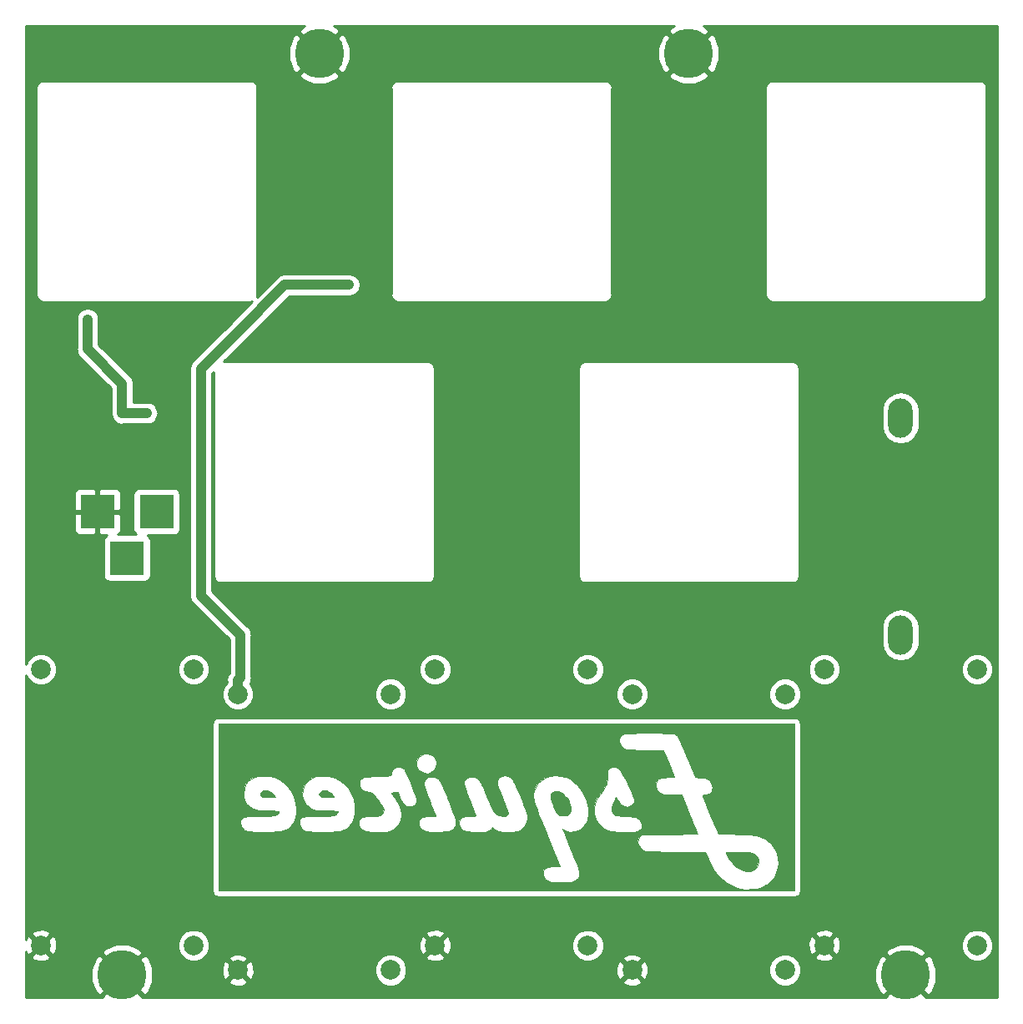
<source format=gbr>
G04 #@! TF.GenerationSoftware,KiCad,Pcbnew,(5.0.0)*
G04 #@! TF.CreationDate,2020-03-19T16:58:16-04:00*
G04 #@! TF.ProjectId,Grow_Lamp,47726F775F4C616D702E6B696361645F,rev?*
G04 #@! TF.SameCoordinates,Original*
G04 #@! TF.FileFunction,Copper,L2,Bot,Signal*
G04 #@! TF.FilePolarity,Positive*
%FSLAX46Y46*%
G04 Gerber Fmt 4.6, Leading zero omitted, Abs format (unit mm)*
G04 Created by KiCad (PCBNEW (5.0.0)) date 03/19/20 16:58:16*
%MOMM*%
%LPD*%
G01*
G04 APERTURE LIST*
G04 #@! TA.AperFunction,EtchedComponent*
%ADD10C,0.010000*%
G04 #@! TD*
G04 #@! TA.AperFunction,ComponentPad*
%ADD11C,2.000000*%
G04 #@! TD*
G04 #@! TA.AperFunction,ComponentPad*
%ADD12O,2.500000X4.000000*%
G04 #@! TD*
G04 #@! TA.AperFunction,ComponentPad*
%ADD13R,3.500000X3.500000*%
G04 #@! TD*
G04 #@! TA.AperFunction,ComponentPad*
%ADD14C,5.000000*%
G04 #@! TD*
G04 #@! TA.AperFunction,BGAPad,CuDef*
%ADD15C,1.524000*%
G04 #@! TD*
G04 #@! TA.AperFunction,ViaPad*
%ADD16C,0.800000*%
G04 #@! TD*
G04 #@! TA.AperFunction,Conductor*
%ADD17C,1.000000*%
G04 #@! TD*
G04 #@! TA.AperFunction,Conductor*
%ADD18C,0.254000*%
G04 #@! TD*
G04 APERTURE END LIST*
D10*
G04 #@! TO.C,G\002A\002A\002A*
G36*
X114790563Y-133299139D02*
X114612125Y-133410814D01*
X114553407Y-133489624D01*
X114504838Y-133654713D01*
X114562779Y-133793972D01*
X114726430Y-133912613D01*
X114838403Y-133943882D01*
X115018060Y-133966421D01*
X115238561Y-133980074D01*
X115473066Y-133984686D01*
X115694736Y-133980100D01*
X115876732Y-133966160D01*
X115992214Y-133942710D01*
X116019111Y-133920129D01*
X115974812Y-133823003D01*
X115859905Y-133692189D01*
X115701376Y-133550738D01*
X115526213Y-133421702D01*
X115361402Y-133328130D01*
X115297296Y-133303582D01*
X115026669Y-133261465D01*
X114790563Y-133299139D01*
X114790563Y-133299139D01*
G37*
X114790563Y-133299139D02*
X114612125Y-133410814D01*
X114553407Y-133489624D01*
X114504838Y-133654713D01*
X114562779Y-133793972D01*
X114726430Y-133912613D01*
X114838403Y-133943882D01*
X115018060Y-133966421D01*
X115238561Y-133980074D01*
X115473066Y-133984686D01*
X115694736Y-133980100D01*
X115876732Y-133966160D01*
X115992214Y-133942710D01*
X116019111Y-133920129D01*
X115974812Y-133823003D01*
X115859905Y-133692189D01*
X115701376Y-133550738D01*
X115526213Y-133421702D01*
X115361402Y-133328130D01*
X115297296Y-133303582D01*
X115026669Y-133261465D01*
X114790563Y-133299139D01*
G36*
X120773674Y-133299139D02*
X120595236Y-133410814D01*
X120536518Y-133489624D01*
X120487949Y-133654713D01*
X120545890Y-133793972D01*
X120709541Y-133912613D01*
X120821514Y-133943882D01*
X121001171Y-133966421D01*
X121221672Y-133980074D01*
X121456177Y-133984686D01*
X121677847Y-133980100D01*
X121859843Y-133966160D01*
X121975325Y-133942710D01*
X122002222Y-133920129D01*
X121957923Y-133823003D01*
X121843016Y-133692189D01*
X121684487Y-133550738D01*
X121509324Y-133421702D01*
X121344513Y-133328130D01*
X121280408Y-133303582D01*
X121009780Y-133261465D01*
X120773674Y-133299139D01*
X120773674Y-133299139D01*
G37*
X120773674Y-133299139D02*
X120595236Y-133410814D01*
X120536518Y-133489624D01*
X120487949Y-133654713D01*
X120545890Y-133793972D01*
X120709541Y-133912613D01*
X120821514Y-133943882D01*
X121001171Y-133966421D01*
X121221672Y-133980074D01*
X121456177Y-133984686D01*
X121677847Y-133980100D01*
X121859843Y-133966160D01*
X121975325Y-133942710D01*
X122002222Y-133920129D01*
X121957923Y-133823003D01*
X121843016Y-133692189D01*
X121684487Y-133550738D01*
X121509324Y-133421702D01*
X121344513Y-133328130D01*
X121280408Y-133303582D01*
X121009780Y-133261465D01*
X120773674Y-133299139D01*
G36*
X144433928Y-133389887D02*
X144272286Y-133442999D01*
X144107132Y-133538489D01*
X144003910Y-133668646D01*
X143962498Y-133844886D01*
X143982771Y-134078626D01*
X144064606Y-134381280D01*
X144207879Y-134764266D01*
X144256708Y-134882042D01*
X144403247Y-135217394D01*
X144527756Y-135461328D01*
X144645492Y-135628976D01*
X144771718Y-135735471D01*
X144921691Y-135795947D01*
X145110672Y-135825537D01*
X145215608Y-135832984D01*
X145444238Y-135835763D01*
X145606162Y-135807819D01*
X145745199Y-135741407D01*
X145749708Y-135738593D01*
X145893392Y-135608695D01*
X145966089Y-135467418D01*
X145999081Y-135326608D01*
X146022179Y-135240144D01*
X146026312Y-135121428D01*
X145999990Y-134933402D01*
X145951445Y-134712808D01*
X145888908Y-134496388D01*
X145820610Y-134320885D01*
X145812630Y-134304735D01*
X145660007Y-134065537D01*
X145454939Y-133823313D01*
X145230820Y-133613275D01*
X145022230Y-133471243D01*
X144728350Y-133374865D01*
X144433928Y-133389887D01*
X144433928Y-133389887D01*
G37*
X144433928Y-133389887D02*
X144272286Y-133442999D01*
X144107132Y-133538489D01*
X144003910Y-133668646D01*
X143962498Y-133844886D01*
X143982771Y-134078626D01*
X144064606Y-134381280D01*
X144207879Y-134764266D01*
X144256708Y-134882042D01*
X144403247Y-135217394D01*
X144527756Y-135461328D01*
X144645492Y-135628976D01*
X144771718Y-135735471D01*
X144921691Y-135795947D01*
X145110672Y-135825537D01*
X145215608Y-135832984D01*
X145444238Y-135835763D01*
X145606162Y-135807819D01*
X145745199Y-135741407D01*
X145749708Y-135738593D01*
X145893392Y-135608695D01*
X145966089Y-135467418D01*
X145999081Y-135326608D01*
X146022179Y-135240144D01*
X146026312Y-135121428D01*
X145999990Y-134933402D01*
X145951445Y-134712808D01*
X145888908Y-134496388D01*
X145820610Y-134320885D01*
X145812630Y-134304735D01*
X145660007Y-134065537D01*
X145454939Y-133823313D01*
X145230820Y-133613275D01*
X145022230Y-133471243D01*
X144728350Y-133374865D01*
X144433928Y-133389887D01*
G36*
X162563775Y-139517113D02*
X162254997Y-139521463D01*
X162004429Y-139528127D01*
X161828631Y-139536623D01*
X161744165Y-139546473D01*
X161739111Y-139549635D01*
X161771089Y-139653899D01*
X161856834Y-139823285D01*
X161981061Y-140033605D01*
X162128486Y-140260673D01*
X162283824Y-140480302D01*
X162431793Y-140668307D01*
X162482430Y-140725903D01*
X162814837Y-141031050D01*
X163178589Y-141263997D01*
X163555076Y-141417672D01*
X163925689Y-141485008D01*
X164271821Y-141458933D01*
X164353337Y-141436676D01*
X164644506Y-141292756D01*
X164863808Y-141081880D01*
X165005569Y-140824347D01*
X165064117Y-140540458D01*
X165033778Y-140250512D01*
X164908879Y-139974810D01*
X164799911Y-139838784D01*
X164687901Y-139739568D01*
X164553918Y-139662190D01*
X164383444Y-139604160D01*
X164161962Y-139562990D01*
X163874954Y-139536193D01*
X163507902Y-139521278D01*
X163046288Y-139515759D01*
X162914200Y-139515556D01*
X162563775Y-139517113D01*
X162563775Y-139517113D01*
G37*
X162563775Y-139517113D02*
X162254997Y-139521463D01*
X162004429Y-139528127D01*
X161828631Y-139536623D01*
X161744165Y-139546473D01*
X161739111Y-139549635D01*
X161771089Y-139653899D01*
X161856834Y-139823285D01*
X161981061Y-140033605D01*
X162128486Y-140260673D01*
X162283824Y-140480302D01*
X162431793Y-140668307D01*
X162482430Y-140725903D01*
X162814837Y-141031050D01*
X163178589Y-141263997D01*
X163555076Y-141417672D01*
X163925689Y-141485008D01*
X164271821Y-141458933D01*
X164353337Y-141436676D01*
X164644506Y-141292756D01*
X164863808Y-141081880D01*
X165005569Y-140824347D01*
X165064117Y-140540458D01*
X165033778Y-140250512D01*
X164908879Y-139974810D01*
X164799911Y-139838784D01*
X164687901Y-139739568D01*
X164553918Y-139662190D01*
X164383444Y-139604160D01*
X164161962Y-139562990D01*
X163874954Y-139536193D01*
X163507902Y-139521278D01*
X163046288Y-139515759D01*
X162914200Y-139515556D01*
X162563775Y-139517113D01*
G36*
X110261778Y-143466667D02*
X168738222Y-143466667D01*
X168738222Y-140630773D01*
X167072443Y-140630773D01*
X167018023Y-141131595D01*
X166875094Y-141612789D01*
X166645388Y-142060230D01*
X166330639Y-142459795D01*
X165932582Y-142797359D01*
X165863557Y-142843210D01*
X165419804Y-143066954D01*
X164909932Y-143219450D01*
X164357373Y-143298187D01*
X163785561Y-143300651D01*
X163217928Y-143224331D01*
X162944393Y-143156246D01*
X162344454Y-142923427D01*
X161770831Y-142582195D01*
X161226877Y-142134666D01*
X161052940Y-141962450D01*
X160823174Y-141706459D01*
X160614609Y-141430683D01*
X160413627Y-141113514D01*
X160206609Y-140733346D01*
X159979936Y-140268569D01*
X159964420Y-140235392D01*
X159631031Y-139521001D01*
X156635182Y-139504167D01*
X153639334Y-139487334D01*
X153374911Y-139331894D01*
X153099696Y-139126616D01*
X152924693Y-138886758D01*
X152838708Y-138595990D01*
X152832095Y-138539879D01*
X152845621Y-138244768D01*
X152942240Y-138004316D01*
X153114658Y-137835119D01*
X153150757Y-137814751D01*
X153207374Y-137796297D01*
X153305714Y-137780528D01*
X153454373Y-137767167D01*
X153661944Y-137755939D01*
X153937023Y-137746570D01*
X154288204Y-137738783D01*
X154724081Y-137732305D01*
X155253249Y-137726860D01*
X155884303Y-137722172D01*
X156080556Y-137720957D01*
X156628741Y-137717130D01*
X157141071Y-137712483D01*
X157606779Y-137707189D01*
X158015098Y-137701421D01*
X158355258Y-137695352D01*
X158616493Y-137689157D01*
X158788033Y-137683008D01*
X158859112Y-137677079D01*
X158860445Y-137676197D01*
X158840005Y-137619305D01*
X158781773Y-137469418D01*
X158690380Y-137238157D01*
X158570457Y-136937142D01*
X158521522Y-136814942D01*
X153226312Y-136814942D01*
X153179862Y-137074308D01*
X153039520Y-137277541D01*
X152815602Y-137409814D01*
X152670029Y-137438688D01*
X152434647Y-137460159D01*
X152132284Y-137474327D01*
X151785773Y-137481288D01*
X151417942Y-137481140D01*
X151051621Y-137473981D01*
X150709641Y-137459908D01*
X150414832Y-137439020D01*
X150190023Y-137411414D01*
X150123890Y-137398295D01*
X149754453Y-137288589D01*
X149446937Y-137138959D01*
X149151265Y-136923630D01*
X149076223Y-136859065D01*
X148786217Y-136560942D01*
X148582996Y-136243748D01*
X148451203Y-135901526D01*
X148397231Y-135617352D01*
X147787934Y-135617352D01*
X147770906Y-135903312D01*
X147741439Y-136115407D01*
X147691490Y-136292576D01*
X147613014Y-136473758D01*
X147609543Y-136480873D01*
X147380143Y-136839357D01*
X147087823Y-137124089D01*
X146749241Y-137328672D01*
X146381054Y-137446710D01*
X145999917Y-137471804D01*
X145622489Y-137397558D01*
X145432298Y-137317095D01*
X145197745Y-137197435D01*
X145288421Y-137411051D01*
X145330672Y-137513008D01*
X145409628Y-137705889D01*
X145519701Y-137975953D01*
X145655302Y-138309458D01*
X145810841Y-138692661D01*
X145980731Y-139111821D01*
X146121321Y-139459111D01*
X146319745Y-139950715D01*
X146479431Y-140350359D01*
X146604564Y-140670495D01*
X146699331Y-140923575D01*
X146767916Y-141122049D01*
X146814505Y-141278368D01*
X146843285Y-141404983D01*
X146858439Y-141514347D01*
X146864155Y-141618908D01*
X146864774Y-141670699D01*
X146860449Y-141881698D01*
X146837812Y-142019451D01*
X146784914Y-142123425D01*
X146696667Y-142225890D01*
X146569322Y-142350308D01*
X146442981Y-142445093D01*
X146300407Y-142513945D01*
X146124363Y-142560564D01*
X145897611Y-142588651D01*
X145602913Y-142601904D01*
X145223032Y-142604026D01*
X144946889Y-142601493D01*
X144591244Y-142596153D01*
X144327560Y-142588383D01*
X144134909Y-142575619D01*
X143992363Y-142555297D01*
X143878993Y-142524850D01*
X143773873Y-142481715D01*
X143708045Y-142449677D01*
X143449706Y-142289426D01*
X143289057Y-142106903D01*
X143210897Y-141879484D01*
X143197111Y-141689075D01*
X143225797Y-141447031D01*
X143318053Y-141261877D01*
X143483178Y-141128282D01*
X143730469Y-141040914D01*
X144069224Y-140994443D01*
X144428309Y-140983111D01*
X144903962Y-140983111D01*
X144314337Y-139529667D01*
X143959790Y-138655440D01*
X143645506Y-137879096D01*
X143369281Y-137193920D01*
X143128911Y-136593200D01*
X142937049Y-136107803D01*
X141626078Y-136107803D01*
X141558530Y-136483798D01*
X141396508Y-136823098D01*
X141149144Y-137110261D01*
X140825570Y-137329842D01*
X140572810Y-137430817D01*
X140466677Y-137446557D01*
X140272341Y-137460244D01*
X140014486Y-137470678D01*
X139717795Y-137476660D01*
X139612889Y-137477465D01*
X139277345Y-137476954D01*
X139031269Y-137470375D01*
X138851302Y-137455301D01*
X138714083Y-137429300D01*
X138596250Y-137389943D01*
X138540445Y-137365924D01*
X138361066Y-137272352D01*
X138207326Y-137171796D01*
X138164270Y-137136080D01*
X138042096Y-137021389D01*
X137978938Y-137139399D01*
X137889931Y-137238635D01*
X137744677Y-137342576D01*
X137694139Y-137370482D01*
X137596963Y-137413805D01*
X137488782Y-137444575D01*
X137348903Y-137464865D01*
X137156633Y-137476743D01*
X136891276Y-137482281D01*
X136563910Y-137483556D01*
X136232726Y-137479547D01*
X135921070Y-137468497D01*
X135655506Y-137451871D01*
X135462593Y-137431136D01*
X135400341Y-137419350D01*
X135139385Y-137309975D01*
X134928292Y-137138122D01*
X134774606Y-136924141D01*
X134685874Y-136688380D01*
X134677682Y-136568681D01*
X134376682Y-136568681D01*
X134366016Y-136691166D01*
X134334809Y-136799625D01*
X134290027Y-136897572D01*
X134170129Y-137083168D01*
X134016147Y-137227293D01*
X133814266Y-137334380D01*
X133550672Y-137408858D01*
X133211550Y-137455160D01*
X132783086Y-137477715D01*
X132468801Y-137481713D01*
X132035166Y-137477660D01*
X131700298Y-137462891D01*
X131450497Y-137436468D01*
X131281188Y-137400216D01*
X130994508Y-137268629D01*
X130776734Y-137075191D01*
X130637725Y-136838715D01*
X130587343Y-136578013D01*
X130635448Y-136311899D01*
X130670194Y-136234528D01*
X130767928Y-136100026D01*
X130911122Y-136004841D01*
X131116610Y-135943773D01*
X131401228Y-135911622D01*
X131743115Y-135903111D01*
X132020874Y-135899894D01*
X132199811Y-135889097D01*
X132293840Y-135869005D01*
X132316875Y-135837902D01*
X132315221Y-135832556D01*
X132050479Y-135173916D01*
X131825655Y-134611290D01*
X131700472Y-134294793D01*
X130356665Y-134294793D01*
X130342808Y-134431003D01*
X130298914Y-134543268D01*
X130267907Y-134592652D01*
X130082737Y-134762633D01*
X129824633Y-134863270D01*
X129596966Y-134887111D01*
X129364234Y-134849360D01*
X129157924Y-134730271D01*
X128969207Y-134521086D01*
X128789250Y-134213052D01*
X128683727Y-133981682D01*
X128469601Y-133476000D01*
X128107667Y-133476000D01*
X127910735Y-133480779D01*
X127810418Y-133497560D01*
X127790754Y-133530012D01*
X127800590Y-133546556D01*
X127859395Y-133622254D01*
X127967021Y-133760852D01*
X128103063Y-133936073D01*
X128143498Y-133988157D01*
X128451342Y-134428853D01*
X128663250Y-134840706D01*
X128785892Y-135241947D01*
X128825939Y-135650807D01*
X128819297Y-135835288D01*
X128739418Y-136276047D01*
X128573091Y-136668649D01*
X128330013Y-136998723D01*
X128019880Y-137251897D01*
X127784130Y-137369510D01*
X127665819Y-137409796D01*
X127534942Y-137439099D01*
X127371425Y-137459140D01*
X127155197Y-137471643D01*
X126866186Y-137478328D01*
X126485689Y-137480916D01*
X126049245Y-137478540D01*
X125710328Y-137468249D01*
X125453793Y-137449103D01*
X125264494Y-137420162D01*
X125185188Y-137400216D01*
X124898508Y-137268629D01*
X124680734Y-137075191D01*
X124541725Y-136838715D01*
X124491343Y-136578013D01*
X124539448Y-136311899D01*
X124574194Y-136234528D01*
X124664856Y-136106038D01*
X124794867Y-136013621D01*
X124981129Y-135952347D01*
X125240545Y-135917288D01*
X125590017Y-135903514D01*
X125711632Y-135902796D01*
X126103999Y-135895453D01*
X126401248Y-135871355D01*
X126620394Y-135826764D01*
X126778453Y-135757944D01*
X126892444Y-135661157D01*
X126910322Y-135639555D01*
X127009280Y-135438950D01*
X127017064Y-135200686D01*
X126962076Y-135019390D01*
X124134821Y-135019390D01*
X124125356Y-135594385D01*
X124034820Y-136091144D01*
X123862534Y-136510682D01*
X123607820Y-136854015D01*
X123270002Y-137122158D01*
X122848401Y-137316125D01*
X122545864Y-137399312D01*
X122370005Y-137424341D01*
X122106203Y-137444970D01*
X121775081Y-137461075D01*
X121397264Y-137472532D01*
X120993372Y-137479217D01*
X120584031Y-137481008D01*
X120189862Y-137477780D01*
X119831489Y-137469410D01*
X119529534Y-137455774D01*
X119304622Y-137436750D01*
X119200785Y-137419350D01*
X118938142Y-137310494D01*
X118728265Y-137141527D01*
X118576860Y-136931954D01*
X118489629Y-136701280D01*
X118472278Y-136469011D01*
X118530509Y-136254651D01*
X118670028Y-136077705D01*
X118786290Y-136001977D01*
X118864260Y-135969360D01*
X118961849Y-135944671D01*
X119094795Y-135926855D01*
X119278838Y-135914855D01*
X119529718Y-135907617D01*
X119863174Y-135904084D01*
X120258852Y-135903199D01*
X120778167Y-135900535D01*
X121197061Y-135891570D01*
X121527901Y-135874723D01*
X121783055Y-135848412D01*
X121974892Y-135811058D01*
X122115779Y-135761081D01*
X122218085Y-135696899D01*
X122270334Y-135646156D01*
X122358286Y-135539487D01*
X122400252Y-135460773D01*
X122385342Y-135405765D01*
X122302668Y-135370210D01*
X122141341Y-135349860D01*
X121890475Y-135340464D01*
X121539179Y-135337772D01*
X121480111Y-135337687D01*
X120966220Y-135329454D01*
X120547285Y-135303885D01*
X120206273Y-135257862D01*
X119926149Y-135188263D01*
X119689879Y-135091969D01*
X119568285Y-135019390D01*
X118149624Y-135019390D01*
X118141950Y-135593267D01*
X118052433Y-136089634D01*
X117880536Y-136509298D01*
X117625721Y-136853064D01*
X117287450Y-137121740D01*
X116865187Y-137316130D01*
X116562753Y-137399312D01*
X116386893Y-137424341D01*
X116123092Y-137444970D01*
X115791970Y-137461075D01*
X115414152Y-137472532D01*
X115010261Y-137479217D01*
X114600920Y-137481008D01*
X114206751Y-137477780D01*
X113848378Y-137469410D01*
X113546423Y-137455774D01*
X113321511Y-137436750D01*
X113217674Y-137419350D01*
X112933645Y-137299054D01*
X112710279Y-137108130D01*
X112560461Y-136867300D01*
X112497075Y-136597285D01*
X112533004Y-136318806D01*
X112533130Y-136318419D01*
X112580148Y-136196834D01*
X112641383Y-136101477D01*
X112730068Y-136029194D01*
X112859434Y-135976833D01*
X113042715Y-135941240D01*
X113293141Y-135919263D01*
X113623946Y-135907750D01*
X114048362Y-135903546D01*
X114275741Y-135903199D01*
X114795056Y-135900535D01*
X115213950Y-135891570D01*
X115544790Y-135874723D01*
X115799944Y-135848412D01*
X115991781Y-135811058D01*
X116132668Y-135761081D01*
X116234974Y-135696899D01*
X116287222Y-135646156D01*
X116375175Y-135539487D01*
X116417141Y-135460773D01*
X116402231Y-135405765D01*
X116319556Y-135370210D01*
X116158230Y-135349860D01*
X115907364Y-135340464D01*
X115556068Y-135337772D01*
X115497000Y-135337687D01*
X115006237Y-135329502D01*
X114594927Y-135306664D01*
X114276877Y-135270064D01*
X114185360Y-135253161D01*
X113750997Y-135110518D01*
X113391294Y-134888353D01*
X113112406Y-134596869D01*
X112920486Y-134246272D01*
X112821691Y-133846767D01*
X112822176Y-133408558D01*
X112882515Y-133093071D01*
X113041276Y-132709558D01*
X113294259Y-132377871D01*
X113630786Y-132108124D01*
X114040178Y-131910434D01*
X114177869Y-131866037D01*
X114465812Y-131812791D01*
X114820393Y-131790972D01*
X115200213Y-131799272D01*
X115563874Y-131836378D01*
X115869975Y-131900982D01*
X115933568Y-131921601D01*
X116439551Y-132160607D01*
X116910001Y-132500734D01*
X117333905Y-132932909D01*
X117606576Y-133299707D01*
X117852802Y-133731373D01*
X118019439Y-134172463D01*
X118117330Y-134657319D01*
X118149624Y-135019390D01*
X119568285Y-135019390D01*
X119491138Y-134973342D01*
X119190450Y-134715461D01*
X118981007Y-134413212D01*
X118865404Y-134120699D01*
X118790190Y-133689044D01*
X118819134Y-133261317D01*
X118948811Y-132858100D01*
X119124422Y-132564812D01*
X119415250Y-132248644D01*
X119753193Y-132018336D01*
X120149112Y-131869611D01*
X120613869Y-131798196D01*
X121079169Y-131795458D01*
X121494665Y-131831472D01*
X121840262Y-131904014D01*
X122156428Y-132025875D01*
X122483628Y-132209844D01*
X122572531Y-132267461D01*
X123069191Y-132660493D01*
X123476125Y-133120064D01*
X123789561Y-133639529D01*
X124005726Y-134212246D01*
X124120850Y-134831569D01*
X124134821Y-135019390D01*
X126962076Y-135019390D01*
X126932154Y-134920739D01*
X126753034Y-134595085D01*
X126478183Y-134219700D01*
X126290101Y-133995673D01*
X126102498Y-133782152D01*
X125967318Y-133638444D01*
X125862940Y-133549148D01*
X125767746Y-133498859D01*
X125660116Y-133472176D01*
X125531518Y-133455235D01*
X125210522Y-133388069D01*
X124942860Y-133274129D01*
X124751548Y-133124868D01*
X124689336Y-133036051D01*
X124582768Y-132742646D01*
X124567067Y-132467328D01*
X124638334Y-132228085D01*
X124792671Y-132042909D01*
X124921191Y-131966265D01*
X125015569Y-131933578D01*
X125144150Y-131907496D01*
X125321917Y-131886770D01*
X125563855Y-131870152D01*
X125884945Y-131856393D01*
X126300173Y-131844245D01*
X126421181Y-131841296D01*
X126852824Y-131830235D01*
X127184699Y-131818338D01*
X127429912Y-131803073D01*
X127601571Y-131781910D01*
X127712785Y-131752317D01*
X127776659Y-131711765D01*
X127806302Y-131657721D01*
X127814821Y-131587656D01*
X127815136Y-131572142D01*
X127852115Y-131400470D01*
X127942123Y-131209527D01*
X128059249Y-131045305D01*
X128158860Y-130962054D01*
X128409930Y-130884820D01*
X128675971Y-130888530D01*
X128915374Y-130969931D01*
X128999478Y-131027767D01*
X129072929Y-131094150D01*
X129140034Y-131169276D01*
X129207066Y-131265812D01*
X129280300Y-131396427D01*
X129366008Y-131573790D01*
X129470464Y-131810569D01*
X129599942Y-132119432D01*
X129760715Y-132513047D01*
X129875184Y-132796093D01*
X130054461Y-133248517D01*
X130189384Y-133611500D01*
X130282816Y-133898141D01*
X130337622Y-134121539D01*
X130356665Y-134294793D01*
X131700472Y-134294793D01*
X131637771Y-134136269D01*
X131483850Y-133740447D01*
X131360913Y-133415416D01*
X131265983Y-133152767D01*
X131196082Y-132944093D01*
X131148232Y-132780986D01*
X131119455Y-132655038D01*
X131106773Y-132557842D01*
X131107209Y-132480990D01*
X131113051Y-132438306D01*
X131202169Y-132233147D01*
X131370954Y-132049045D01*
X131586794Y-131918781D01*
X131652540Y-131896038D01*
X131874972Y-131874167D01*
X132135066Y-131908660D01*
X132378822Y-131989986D01*
X132470419Y-132040384D01*
X132549088Y-132101254D01*
X132627287Y-132184991D01*
X132710009Y-132301656D01*
X132802245Y-132461308D01*
X132908990Y-132674010D01*
X133035235Y-132949822D01*
X133185974Y-133298805D01*
X133366198Y-133731020D01*
X133580901Y-134256527D01*
X133628816Y-134374689D01*
X133844396Y-134909979D01*
X134018821Y-135352587D01*
X134155035Y-135713750D01*
X134255983Y-136004705D01*
X134324610Y-136236687D01*
X134363861Y-136420933D01*
X134376682Y-136568681D01*
X134677682Y-136568681D01*
X134669639Y-136451188D01*
X134733448Y-136232914D01*
X134884845Y-136053905D01*
X134892021Y-136048454D01*
X134981639Y-135994530D01*
X135096832Y-135956841D01*
X135261874Y-135930960D01*
X135501039Y-135912462D01*
X135689180Y-135903111D01*
X135947658Y-135888653D01*
X136163351Y-135870815D01*
X136312012Y-135851983D01*
X136368278Y-135836337D01*
X136357943Y-135776095D01*
X136309683Y-135624997D01*
X136228480Y-135396604D01*
X136119315Y-135104477D01*
X135987168Y-134762178D01*
X135837021Y-134383267D01*
X135808514Y-134312337D01*
X135613141Y-133822652D01*
X135459739Y-133424397D01*
X135345535Y-133105355D01*
X135267758Y-132853314D01*
X135223636Y-132656059D01*
X135210395Y-132501376D01*
X135225265Y-132377049D01*
X135265472Y-132270865D01*
X135323825Y-132176776D01*
X135511250Y-132003322D01*
X135759005Y-131897162D01*
X136028401Y-131871368D01*
X136162084Y-131893484D01*
X136439311Y-132020003D01*
X136699662Y-132234866D01*
X136914657Y-132514122D01*
X136928911Y-132538297D01*
X136987600Y-132655535D01*
X137080397Y-132859930D01*
X137199655Y-133133757D01*
X137337729Y-133459291D01*
X137486972Y-133818805D01*
X137586922Y-134063732D01*
X137774023Y-134520062D01*
X137929959Y-134882976D01*
X138063202Y-135164758D01*
X138182223Y-135377694D01*
X138295493Y-135534068D01*
X138411484Y-135646166D01*
X138538667Y-135726272D01*
X138685514Y-135786672D01*
X138799634Y-135822382D01*
X139093104Y-135879157D01*
X139338722Y-135871189D01*
X139522648Y-135803817D01*
X139631042Y-135682385D01*
X139650064Y-135512232D01*
X139647043Y-135495324D01*
X139615016Y-135388347D01*
X139547787Y-135199003D01*
X139453525Y-134949147D01*
X139340403Y-134660638D01*
X139265403Y-134474452D01*
X139056190Y-133958658D01*
X138887271Y-133535804D01*
X138755605Y-133194590D01*
X138658149Y-132923716D01*
X138591863Y-132711882D01*
X138553707Y-132547787D01*
X138540639Y-132420132D01*
X138549618Y-132317616D01*
X138577603Y-132228940D01*
X138621554Y-132142803D01*
X138632762Y-132123582D01*
X138812596Y-131923979D01*
X139064556Y-131810660D01*
X139316918Y-131782667D01*
X139594235Y-131822705D01*
X139841157Y-131950010D01*
X140076220Y-132175367D01*
X140149986Y-132267354D01*
X140217098Y-132380258D01*
X140317541Y-132581571D01*
X140444209Y-132854305D01*
X140589997Y-133181471D01*
X140747800Y-133546080D01*
X140910512Y-133931143D01*
X141071029Y-134319672D01*
X141222245Y-134694676D01*
X141357055Y-135039168D01*
X141468353Y-135336158D01*
X141549036Y-135568658D01*
X141590018Y-135710560D01*
X141626078Y-136107803D01*
X142937049Y-136107803D01*
X142922193Y-136070219D01*
X142746923Y-135618266D01*
X142600897Y-135230624D01*
X142481911Y-134900581D01*
X142387763Y-134621422D01*
X142316248Y-134386434D01*
X142265162Y-134188901D01*
X142232302Y-134022111D01*
X142215464Y-133879349D01*
X142212444Y-133753900D01*
X142221039Y-133639052D01*
X142239045Y-133528089D01*
X142264257Y-133414298D01*
X142282542Y-133339384D01*
X142445970Y-132893758D01*
X142695881Y-132516813D01*
X143025964Y-132212941D01*
X143429906Y-131986536D01*
X143901395Y-131841991D01*
X144434118Y-131783700D01*
X144519257Y-131782667D01*
X145031474Y-131816084D01*
X145484741Y-131922727D01*
X145901072Y-132112180D01*
X146302481Y-132394027D01*
X146642011Y-132706941D01*
X147067874Y-133214550D01*
X147400046Y-133776031D01*
X147633681Y-134379073D01*
X147763932Y-135011367D01*
X147787934Y-135617352D01*
X148397231Y-135617352D01*
X148372816Y-135488805D01*
X148383334Y-135066206D01*
X148485338Y-134624829D01*
X148681409Y-134155775D01*
X148974126Y-133650143D01*
X149198851Y-133323250D01*
X149405885Y-133030747D01*
X149552637Y-132799696D01*
X149648856Y-132603008D01*
X149704291Y-132413594D01*
X149728691Y-132204366D01*
X149731805Y-131948234D01*
X149729802Y-131847929D01*
X149715742Y-131264081D01*
X149914891Y-131064932D01*
X150038011Y-130950497D01*
X150140551Y-130894830D01*
X150269784Y-130881883D01*
X150425467Y-130891609D01*
X150577588Y-130911790D01*
X150711203Y-130952081D01*
X150834624Y-131022937D01*
X150956161Y-131134812D01*
X151084126Y-131298162D01*
X151226831Y-131523442D01*
X151392586Y-131821108D01*
X151589703Y-132201614D01*
X151798369Y-132618651D01*
X152023543Y-133076905D01*
X152199257Y-133447611D01*
X152328694Y-133743083D01*
X152415043Y-133975634D01*
X152461488Y-134157577D01*
X152471217Y-134301224D01*
X152447414Y-134418889D01*
X152393268Y-134522885D01*
X152316377Y-134620515D01*
X152077926Y-134823389D01*
X151821239Y-134920448D01*
X151557891Y-134914763D01*
X151299456Y-134809401D01*
X151057506Y-134607430D01*
X150843616Y-134311920D01*
X150792126Y-134216389D01*
X150633409Y-133902508D01*
X150391555Y-134380699D01*
X150229543Y-134748384D01*
X150150426Y-135052594D01*
X150152716Y-135304839D01*
X150234923Y-135516632D01*
X150242946Y-135529195D01*
X150333249Y-135639142D01*
X150452454Y-135723847D01*
X150616479Y-135787460D01*
X150841243Y-135834129D01*
X151142664Y-135868003D01*
X151536659Y-135893230D01*
X151662416Y-135899162D01*
X152061888Y-135920863D01*
X152361062Y-135946508D01*
X152572504Y-135977610D01*
X152708778Y-136015680D01*
X152736356Y-136028410D01*
X152994867Y-136220476D01*
X153159191Y-136473016D01*
X153225239Y-136779465D01*
X153226312Y-136814942D01*
X158521522Y-136814942D01*
X158426634Y-136577992D01*
X158263545Y-136172329D01*
X158085818Y-135731771D01*
X158062837Y-135674907D01*
X157265228Y-133701778D01*
X156367255Y-133701778D01*
X156015948Y-133700076D01*
X155756991Y-133693640D01*
X155569881Y-133680475D01*
X155434112Y-133658587D01*
X155329179Y-133625982D01*
X155259863Y-133594058D01*
X154969210Y-133395206D01*
X154763973Y-133149822D01*
X154650935Y-132873730D01*
X154636873Y-132582757D01*
X154714498Y-132321129D01*
X154789336Y-132196945D01*
X154890538Y-132105718D01*
X155036231Y-132041445D01*
X155244543Y-131998122D01*
X155533602Y-131969745D01*
X155821981Y-131954328D01*
X156537073Y-131923778D01*
X155986707Y-130569111D01*
X155977471Y-130546376D01*
X132388000Y-130546376D01*
X132338248Y-130869876D01*
X132200700Y-131142275D01*
X131992920Y-131353013D01*
X131732473Y-131491528D01*
X131436920Y-131547258D01*
X131123827Y-131509642D01*
X130918749Y-131429889D01*
X130654486Y-131240954D01*
X130474884Y-130997437D01*
X130380230Y-130719751D01*
X130370808Y-130428311D01*
X130446906Y-130143531D01*
X130608809Y-129885827D01*
X130856801Y-129675612D01*
X130893892Y-129653677D01*
X131194893Y-129540691D01*
X131496727Y-129528224D01*
X131781353Y-129605496D01*
X132030726Y-129761725D01*
X132226802Y-129986132D01*
X132351540Y-130267936D01*
X132388000Y-130546376D01*
X155977471Y-130546376D01*
X155436342Y-129214445D01*
X153545802Y-129186222D01*
X151655261Y-129158000D01*
X151426469Y-129006502D01*
X151210981Y-128809520D01*
X151056839Y-128559552D01*
X150973850Y-128285569D01*
X150971822Y-128016541D01*
X151029737Y-127834646D01*
X151124536Y-127715231D01*
X151268260Y-127598521D01*
X151297016Y-127580646D01*
X151348461Y-127552575D01*
X151405475Y-127529438D01*
X151478830Y-127510759D01*
X151579301Y-127496062D01*
X151717664Y-127484870D01*
X151904692Y-127476707D01*
X152151160Y-127471097D01*
X152467842Y-127467564D01*
X152865514Y-127465633D01*
X153354950Y-127464825D01*
X153921556Y-127464667D01*
X154546262Y-127464777D01*
X155068365Y-127466174D01*
X155498147Y-127470462D01*
X155845894Y-127479242D01*
X156121889Y-127494118D01*
X156336417Y-127516692D01*
X156499761Y-127548565D01*
X156622207Y-127591342D01*
X156714039Y-127646623D01*
X156785540Y-127716012D01*
X156846995Y-127801112D01*
X156908688Y-127903524D01*
X156925804Y-127932788D01*
X156982248Y-128044496D01*
X157075179Y-128246825D01*
X157198556Y-128525826D01*
X157346337Y-128867550D01*
X157512481Y-129258047D01*
X157690945Y-129683366D01*
X157845494Y-130056221D01*
X158615231Y-131923778D01*
X159125249Y-131960004D01*
X159426855Y-131988335D01*
X159646962Y-132030400D01*
X159816922Y-132096991D01*
X159968086Y-132198900D01*
X160064928Y-132283452D01*
X160260357Y-132513456D01*
X160361204Y-132768792D01*
X160384445Y-133020751D01*
X160370358Y-133220704D01*
X160315222Y-133365596D01*
X160223502Y-133485012D01*
X160117106Y-133588658D01*
X160005392Y-133647614D01*
X159847002Y-133678499D01*
X159712159Y-133690484D01*
X159519622Y-133709000D01*
X159418807Y-133734252D01*
X159388550Y-133774060D01*
X159395240Y-133807582D01*
X159423537Y-133879539D01*
X159489261Y-134043753D01*
X159587430Y-134287863D01*
X159713061Y-134599507D01*
X159861170Y-134966323D01*
X160026774Y-135375948D01*
X160200156Y-135804334D01*
X160971591Y-137709334D01*
X162244351Y-137709381D01*
X163001724Y-137717272D01*
X163657634Y-137742581D01*
X164222523Y-137787848D01*
X164706833Y-137855616D01*
X165121005Y-137948425D01*
X165475480Y-138068818D01*
X165780702Y-138219336D01*
X166047110Y-138402521D01*
X166285147Y-138620915D01*
X166370360Y-138713693D01*
X166687312Y-139151784D01*
X166908821Y-139626743D01*
X167036620Y-140124448D01*
X167072443Y-140630773D01*
X168738222Y-140630773D01*
X168738222Y-126533334D01*
X110261778Y-126533334D01*
X110261778Y-143466667D01*
X110261778Y-143466667D01*
G37*
X110261778Y-143466667D02*
X168738222Y-143466667D01*
X168738222Y-140630773D01*
X167072443Y-140630773D01*
X167018023Y-141131595D01*
X166875094Y-141612789D01*
X166645388Y-142060230D01*
X166330639Y-142459795D01*
X165932582Y-142797359D01*
X165863557Y-142843210D01*
X165419804Y-143066954D01*
X164909932Y-143219450D01*
X164357373Y-143298187D01*
X163785561Y-143300651D01*
X163217928Y-143224331D01*
X162944393Y-143156246D01*
X162344454Y-142923427D01*
X161770831Y-142582195D01*
X161226877Y-142134666D01*
X161052940Y-141962450D01*
X160823174Y-141706459D01*
X160614609Y-141430683D01*
X160413627Y-141113514D01*
X160206609Y-140733346D01*
X159979936Y-140268569D01*
X159964420Y-140235392D01*
X159631031Y-139521001D01*
X156635182Y-139504167D01*
X153639334Y-139487334D01*
X153374911Y-139331894D01*
X153099696Y-139126616D01*
X152924693Y-138886758D01*
X152838708Y-138595990D01*
X152832095Y-138539879D01*
X152845621Y-138244768D01*
X152942240Y-138004316D01*
X153114658Y-137835119D01*
X153150757Y-137814751D01*
X153207374Y-137796297D01*
X153305714Y-137780528D01*
X153454373Y-137767167D01*
X153661944Y-137755939D01*
X153937023Y-137746570D01*
X154288204Y-137738783D01*
X154724081Y-137732305D01*
X155253249Y-137726860D01*
X155884303Y-137722172D01*
X156080556Y-137720957D01*
X156628741Y-137717130D01*
X157141071Y-137712483D01*
X157606779Y-137707189D01*
X158015098Y-137701421D01*
X158355258Y-137695352D01*
X158616493Y-137689157D01*
X158788033Y-137683008D01*
X158859112Y-137677079D01*
X158860445Y-137676197D01*
X158840005Y-137619305D01*
X158781773Y-137469418D01*
X158690380Y-137238157D01*
X158570457Y-136937142D01*
X158521522Y-136814942D01*
X153226312Y-136814942D01*
X153179862Y-137074308D01*
X153039520Y-137277541D01*
X152815602Y-137409814D01*
X152670029Y-137438688D01*
X152434647Y-137460159D01*
X152132284Y-137474327D01*
X151785773Y-137481288D01*
X151417942Y-137481140D01*
X151051621Y-137473981D01*
X150709641Y-137459908D01*
X150414832Y-137439020D01*
X150190023Y-137411414D01*
X150123890Y-137398295D01*
X149754453Y-137288589D01*
X149446937Y-137138959D01*
X149151265Y-136923630D01*
X149076223Y-136859065D01*
X148786217Y-136560942D01*
X148582996Y-136243748D01*
X148451203Y-135901526D01*
X148397231Y-135617352D01*
X147787934Y-135617352D01*
X147770906Y-135903312D01*
X147741439Y-136115407D01*
X147691490Y-136292576D01*
X147613014Y-136473758D01*
X147609543Y-136480873D01*
X147380143Y-136839357D01*
X147087823Y-137124089D01*
X146749241Y-137328672D01*
X146381054Y-137446710D01*
X145999917Y-137471804D01*
X145622489Y-137397558D01*
X145432298Y-137317095D01*
X145197745Y-137197435D01*
X145288421Y-137411051D01*
X145330672Y-137513008D01*
X145409628Y-137705889D01*
X145519701Y-137975953D01*
X145655302Y-138309458D01*
X145810841Y-138692661D01*
X145980731Y-139111821D01*
X146121321Y-139459111D01*
X146319745Y-139950715D01*
X146479431Y-140350359D01*
X146604564Y-140670495D01*
X146699331Y-140923575D01*
X146767916Y-141122049D01*
X146814505Y-141278368D01*
X146843285Y-141404983D01*
X146858439Y-141514347D01*
X146864155Y-141618908D01*
X146864774Y-141670699D01*
X146860449Y-141881698D01*
X146837812Y-142019451D01*
X146784914Y-142123425D01*
X146696667Y-142225890D01*
X146569322Y-142350308D01*
X146442981Y-142445093D01*
X146300407Y-142513945D01*
X146124363Y-142560564D01*
X145897611Y-142588651D01*
X145602913Y-142601904D01*
X145223032Y-142604026D01*
X144946889Y-142601493D01*
X144591244Y-142596153D01*
X144327560Y-142588383D01*
X144134909Y-142575619D01*
X143992363Y-142555297D01*
X143878993Y-142524850D01*
X143773873Y-142481715D01*
X143708045Y-142449677D01*
X143449706Y-142289426D01*
X143289057Y-142106903D01*
X143210897Y-141879484D01*
X143197111Y-141689075D01*
X143225797Y-141447031D01*
X143318053Y-141261877D01*
X143483178Y-141128282D01*
X143730469Y-141040914D01*
X144069224Y-140994443D01*
X144428309Y-140983111D01*
X144903962Y-140983111D01*
X144314337Y-139529667D01*
X143959790Y-138655440D01*
X143645506Y-137879096D01*
X143369281Y-137193920D01*
X143128911Y-136593200D01*
X142937049Y-136107803D01*
X141626078Y-136107803D01*
X141558530Y-136483798D01*
X141396508Y-136823098D01*
X141149144Y-137110261D01*
X140825570Y-137329842D01*
X140572810Y-137430817D01*
X140466677Y-137446557D01*
X140272341Y-137460244D01*
X140014486Y-137470678D01*
X139717795Y-137476660D01*
X139612889Y-137477465D01*
X139277345Y-137476954D01*
X139031269Y-137470375D01*
X138851302Y-137455301D01*
X138714083Y-137429300D01*
X138596250Y-137389943D01*
X138540445Y-137365924D01*
X138361066Y-137272352D01*
X138207326Y-137171796D01*
X138164270Y-137136080D01*
X138042096Y-137021389D01*
X137978938Y-137139399D01*
X137889931Y-137238635D01*
X137744677Y-137342576D01*
X137694139Y-137370482D01*
X137596963Y-137413805D01*
X137488782Y-137444575D01*
X137348903Y-137464865D01*
X137156633Y-137476743D01*
X136891276Y-137482281D01*
X136563910Y-137483556D01*
X136232726Y-137479547D01*
X135921070Y-137468497D01*
X135655506Y-137451871D01*
X135462593Y-137431136D01*
X135400341Y-137419350D01*
X135139385Y-137309975D01*
X134928292Y-137138122D01*
X134774606Y-136924141D01*
X134685874Y-136688380D01*
X134677682Y-136568681D01*
X134376682Y-136568681D01*
X134366016Y-136691166D01*
X134334809Y-136799625D01*
X134290027Y-136897572D01*
X134170129Y-137083168D01*
X134016147Y-137227293D01*
X133814266Y-137334380D01*
X133550672Y-137408858D01*
X133211550Y-137455160D01*
X132783086Y-137477715D01*
X132468801Y-137481713D01*
X132035166Y-137477660D01*
X131700298Y-137462891D01*
X131450497Y-137436468D01*
X131281188Y-137400216D01*
X130994508Y-137268629D01*
X130776734Y-137075191D01*
X130637725Y-136838715D01*
X130587343Y-136578013D01*
X130635448Y-136311899D01*
X130670194Y-136234528D01*
X130767928Y-136100026D01*
X130911122Y-136004841D01*
X131116610Y-135943773D01*
X131401228Y-135911622D01*
X131743115Y-135903111D01*
X132020874Y-135899894D01*
X132199811Y-135889097D01*
X132293840Y-135869005D01*
X132316875Y-135837902D01*
X132315221Y-135832556D01*
X132050479Y-135173916D01*
X131825655Y-134611290D01*
X131700472Y-134294793D01*
X130356665Y-134294793D01*
X130342808Y-134431003D01*
X130298914Y-134543268D01*
X130267907Y-134592652D01*
X130082737Y-134762633D01*
X129824633Y-134863270D01*
X129596966Y-134887111D01*
X129364234Y-134849360D01*
X129157924Y-134730271D01*
X128969207Y-134521086D01*
X128789250Y-134213052D01*
X128683727Y-133981682D01*
X128469601Y-133476000D01*
X128107667Y-133476000D01*
X127910735Y-133480779D01*
X127810418Y-133497560D01*
X127790754Y-133530012D01*
X127800590Y-133546556D01*
X127859395Y-133622254D01*
X127967021Y-133760852D01*
X128103063Y-133936073D01*
X128143498Y-133988157D01*
X128451342Y-134428853D01*
X128663250Y-134840706D01*
X128785892Y-135241947D01*
X128825939Y-135650807D01*
X128819297Y-135835288D01*
X128739418Y-136276047D01*
X128573091Y-136668649D01*
X128330013Y-136998723D01*
X128019880Y-137251897D01*
X127784130Y-137369510D01*
X127665819Y-137409796D01*
X127534942Y-137439099D01*
X127371425Y-137459140D01*
X127155197Y-137471643D01*
X126866186Y-137478328D01*
X126485689Y-137480916D01*
X126049245Y-137478540D01*
X125710328Y-137468249D01*
X125453793Y-137449103D01*
X125264494Y-137420162D01*
X125185188Y-137400216D01*
X124898508Y-137268629D01*
X124680734Y-137075191D01*
X124541725Y-136838715D01*
X124491343Y-136578013D01*
X124539448Y-136311899D01*
X124574194Y-136234528D01*
X124664856Y-136106038D01*
X124794867Y-136013621D01*
X124981129Y-135952347D01*
X125240545Y-135917288D01*
X125590017Y-135903514D01*
X125711632Y-135902796D01*
X126103999Y-135895453D01*
X126401248Y-135871355D01*
X126620394Y-135826764D01*
X126778453Y-135757944D01*
X126892444Y-135661157D01*
X126910322Y-135639555D01*
X127009280Y-135438950D01*
X127017064Y-135200686D01*
X126962076Y-135019390D01*
X124134821Y-135019390D01*
X124125356Y-135594385D01*
X124034820Y-136091144D01*
X123862534Y-136510682D01*
X123607820Y-136854015D01*
X123270002Y-137122158D01*
X122848401Y-137316125D01*
X122545864Y-137399312D01*
X122370005Y-137424341D01*
X122106203Y-137444970D01*
X121775081Y-137461075D01*
X121397264Y-137472532D01*
X120993372Y-137479217D01*
X120584031Y-137481008D01*
X120189862Y-137477780D01*
X119831489Y-137469410D01*
X119529534Y-137455774D01*
X119304622Y-137436750D01*
X119200785Y-137419350D01*
X118938142Y-137310494D01*
X118728265Y-137141527D01*
X118576860Y-136931954D01*
X118489629Y-136701280D01*
X118472278Y-136469011D01*
X118530509Y-136254651D01*
X118670028Y-136077705D01*
X118786290Y-136001977D01*
X118864260Y-135969360D01*
X118961849Y-135944671D01*
X119094795Y-135926855D01*
X119278838Y-135914855D01*
X119529718Y-135907617D01*
X119863174Y-135904084D01*
X120258852Y-135903199D01*
X120778167Y-135900535D01*
X121197061Y-135891570D01*
X121527901Y-135874723D01*
X121783055Y-135848412D01*
X121974892Y-135811058D01*
X122115779Y-135761081D01*
X122218085Y-135696899D01*
X122270334Y-135646156D01*
X122358286Y-135539487D01*
X122400252Y-135460773D01*
X122385342Y-135405765D01*
X122302668Y-135370210D01*
X122141341Y-135349860D01*
X121890475Y-135340464D01*
X121539179Y-135337772D01*
X121480111Y-135337687D01*
X120966220Y-135329454D01*
X120547285Y-135303885D01*
X120206273Y-135257862D01*
X119926149Y-135188263D01*
X119689879Y-135091969D01*
X119568285Y-135019390D01*
X118149624Y-135019390D01*
X118141950Y-135593267D01*
X118052433Y-136089634D01*
X117880536Y-136509298D01*
X117625721Y-136853064D01*
X117287450Y-137121740D01*
X116865187Y-137316130D01*
X116562753Y-137399312D01*
X116386893Y-137424341D01*
X116123092Y-137444970D01*
X115791970Y-137461075D01*
X115414152Y-137472532D01*
X115010261Y-137479217D01*
X114600920Y-137481008D01*
X114206751Y-137477780D01*
X113848378Y-137469410D01*
X113546423Y-137455774D01*
X113321511Y-137436750D01*
X113217674Y-137419350D01*
X112933645Y-137299054D01*
X112710279Y-137108130D01*
X112560461Y-136867300D01*
X112497075Y-136597285D01*
X112533004Y-136318806D01*
X112533130Y-136318419D01*
X112580148Y-136196834D01*
X112641383Y-136101477D01*
X112730068Y-136029194D01*
X112859434Y-135976833D01*
X113042715Y-135941240D01*
X113293141Y-135919263D01*
X113623946Y-135907750D01*
X114048362Y-135903546D01*
X114275741Y-135903199D01*
X114795056Y-135900535D01*
X115213950Y-135891570D01*
X115544790Y-135874723D01*
X115799944Y-135848412D01*
X115991781Y-135811058D01*
X116132668Y-135761081D01*
X116234974Y-135696899D01*
X116287222Y-135646156D01*
X116375175Y-135539487D01*
X116417141Y-135460773D01*
X116402231Y-135405765D01*
X116319556Y-135370210D01*
X116158230Y-135349860D01*
X115907364Y-135340464D01*
X115556068Y-135337772D01*
X115497000Y-135337687D01*
X115006237Y-135329502D01*
X114594927Y-135306664D01*
X114276877Y-135270064D01*
X114185360Y-135253161D01*
X113750997Y-135110518D01*
X113391294Y-134888353D01*
X113112406Y-134596869D01*
X112920486Y-134246272D01*
X112821691Y-133846767D01*
X112822176Y-133408558D01*
X112882515Y-133093071D01*
X113041276Y-132709558D01*
X113294259Y-132377871D01*
X113630786Y-132108124D01*
X114040178Y-131910434D01*
X114177869Y-131866037D01*
X114465812Y-131812791D01*
X114820393Y-131790972D01*
X115200213Y-131799272D01*
X115563874Y-131836378D01*
X115869975Y-131900982D01*
X115933568Y-131921601D01*
X116439551Y-132160607D01*
X116910001Y-132500734D01*
X117333905Y-132932909D01*
X117606576Y-133299707D01*
X117852802Y-133731373D01*
X118019439Y-134172463D01*
X118117330Y-134657319D01*
X118149624Y-135019390D01*
X119568285Y-135019390D01*
X119491138Y-134973342D01*
X119190450Y-134715461D01*
X118981007Y-134413212D01*
X118865404Y-134120699D01*
X118790190Y-133689044D01*
X118819134Y-133261317D01*
X118948811Y-132858100D01*
X119124422Y-132564812D01*
X119415250Y-132248644D01*
X119753193Y-132018336D01*
X120149112Y-131869611D01*
X120613869Y-131798196D01*
X121079169Y-131795458D01*
X121494665Y-131831472D01*
X121840262Y-131904014D01*
X122156428Y-132025875D01*
X122483628Y-132209844D01*
X122572531Y-132267461D01*
X123069191Y-132660493D01*
X123476125Y-133120064D01*
X123789561Y-133639529D01*
X124005726Y-134212246D01*
X124120850Y-134831569D01*
X124134821Y-135019390D01*
X126962076Y-135019390D01*
X126932154Y-134920739D01*
X126753034Y-134595085D01*
X126478183Y-134219700D01*
X126290101Y-133995673D01*
X126102498Y-133782152D01*
X125967318Y-133638444D01*
X125862940Y-133549148D01*
X125767746Y-133498859D01*
X125660116Y-133472176D01*
X125531518Y-133455235D01*
X125210522Y-133388069D01*
X124942860Y-133274129D01*
X124751548Y-133124868D01*
X124689336Y-133036051D01*
X124582768Y-132742646D01*
X124567067Y-132467328D01*
X124638334Y-132228085D01*
X124792671Y-132042909D01*
X124921191Y-131966265D01*
X125015569Y-131933578D01*
X125144150Y-131907496D01*
X125321917Y-131886770D01*
X125563855Y-131870152D01*
X125884945Y-131856393D01*
X126300173Y-131844245D01*
X126421181Y-131841296D01*
X126852824Y-131830235D01*
X127184699Y-131818338D01*
X127429912Y-131803073D01*
X127601571Y-131781910D01*
X127712785Y-131752317D01*
X127776659Y-131711765D01*
X127806302Y-131657721D01*
X127814821Y-131587656D01*
X127815136Y-131572142D01*
X127852115Y-131400470D01*
X127942123Y-131209527D01*
X128059249Y-131045305D01*
X128158860Y-130962054D01*
X128409930Y-130884820D01*
X128675971Y-130888530D01*
X128915374Y-130969931D01*
X128999478Y-131027767D01*
X129072929Y-131094150D01*
X129140034Y-131169276D01*
X129207066Y-131265812D01*
X129280300Y-131396427D01*
X129366008Y-131573790D01*
X129470464Y-131810569D01*
X129599942Y-132119432D01*
X129760715Y-132513047D01*
X129875184Y-132796093D01*
X130054461Y-133248517D01*
X130189384Y-133611500D01*
X130282816Y-133898141D01*
X130337622Y-134121539D01*
X130356665Y-134294793D01*
X131700472Y-134294793D01*
X131637771Y-134136269D01*
X131483850Y-133740447D01*
X131360913Y-133415416D01*
X131265983Y-133152767D01*
X131196082Y-132944093D01*
X131148232Y-132780986D01*
X131119455Y-132655038D01*
X131106773Y-132557842D01*
X131107209Y-132480990D01*
X131113051Y-132438306D01*
X131202169Y-132233147D01*
X131370954Y-132049045D01*
X131586794Y-131918781D01*
X131652540Y-131896038D01*
X131874972Y-131874167D01*
X132135066Y-131908660D01*
X132378822Y-131989986D01*
X132470419Y-132040384D01*
X132549088Y-132101254D01*
X132627287Y-132184991D01*
X132710009Y-132301656D01*
X132802245Y-132461308D01*
X132908990Y-132674010D01*
X133035235Y-132949822D01*
X133185974Y-133298805D01*
X133366198Y-133731020D01*
X133580901Y-134256527D01*
X133628816Y-134374689D01*
X133844396Y-134909979D01*
X134018821Y-135352587D01*
X134155035Y-135713750D01*
X134255983Y-136004705D01*
X134324610Y-136236687D01*
X134363861Y-136420933D01*
X134376682Y-136568681D01*
X134677682Y-136568681D01*
X134669639Y-136451188D01*
X134733448Y-136232914D01*
X134884845Y-136053905D01*
X134892021Y-136048454D01*
X134981639Y-135994530D01*
X135096832Y-135956841D01*
X135261874Y-135930960D01*
X135501039Y-135912462D01*
X135689180Y-135903111D01*
X135947658Y-135888653D01*
X136163351Y-135870815D01*
X136312012Y-135851983D01*
X136368278Y-135836337D01*
X136357943Y-135776095D01*
X136309683Y-135624997D01*
X136228480Y-135396604D01*
X136119315Y-135104477D01*
X135987168Y-134762178D01*
X135837021Y-134383267D01*
X135808514Y-134312337D01*
X135613141Y-133822652D01*
X135459739Y-133424397D01*
X135345535Y-133105355D01*
X135267758Y-132853314D01*
X135223636Y-132656059D01*
X135210395Y-132501376D01*
X135225265Y-132377049D01*
X135265472Y-132270865D01*
X135323825Y-132176776D01*
X135511250Y-132003322D01*
X135759005Y-131897162D01*
X136028401Y-131871368D01*
X136162084Y-131893484D01*
X136439311Y-132020003D01*
X136699662Y-132234866D01*
X136914657Y-132514122D01*
X136928911Y-132538297D01*
X136987600Y-132655535D01*
X137080397Y-132859930D01*
X137199655Y-133133757D01*
X137337729Y-133459291D01*
X137486972Y-133818805D01*
X137586922Y-134063732D01*
X137774023Y-134520062D01*
X137929959Y-134882976D01*
X138063202Y-135164758D01*
X138182223Y-135377694D01*
X138295493Y-135534068D01*
X138411484Y-135646166D01*
X138538667Y-135726272D01*
X138685514Y-135786672D01*
X138799634Y-135822382D01*
X139093104Y-135879157D01*
X139338722Y-135871189D01*
X139522648Y-135803817D01*
X139631042Y-135682385D01*
X139650064Y-135512232D01*
X139647043Y-135495324D01*
X139615016Y-135388347D01*
X139547787Y-135199003D01*
X139453525Y-134949147D01*
X139340403Y-134660638D01*
X139265403Y-134474452D01*
X139056190Y-133958658D01*
X138887271Y-133535804D01*
X138755605Y-133194590D01*
X138658149Y-132923716D01*
X138591863Y-132711882D01*
X138553707Y-132547787D01*
X138540639Y-132420132D01*
X138549618Y-132317616D01*
X138577603Y-132228940D01*
X138621554Y-132142803D01*
X138632762Y-132123582D01*
X138812596Y-131923979D01*
X139064556Y-131810660D01*
X139316918Y-131782667D01*
X139594235Y-131822705D01*
X139841157Y-131950010D01*
X140076220Y-132175367D01*
X140149986Y-132267354D01*
X140217098Y-132380258D01*
X140317541Y-132581571D01*
X140444209Y-132854305D01*
X140589997Y-133181471D01*
X140747800Y-133546080D01*
X140910512Y-133931143D01*
X141071029Y-134319672D01*
X141222245Y-134694676D01*
X141357055Y-135039168D01*
X141468353Y-135336158D01*
X141549036Y-135568658D01*
X141590018Y-135710560D01*
X141626078Y-136107803D01*
X142937049Y-136107803D01*
X142922193Y-136070219D01*
X142746923Y-135618266D01*
X142600897Y-135230624D01*
X142481911Y-134900581D01*
X142387763Y-134621422D01*
X142316248Y-134386434D01*
X142265162Y-134188901D01*
X142232302Y-134022111D01*
X142215464Y-133879349D01*
X142212444Y-133753900D01*
X142221039Y-133639052D01*
X142239045Y-133528089D01*
X142264257Y-133414298D01*
X142282542Y-133339384D01*
X142445970Y-132893758D01*
X142695881Y-132516813D01*
X143025964Y-132212941D01*
X143429906Y-131986536D01*
X143901395Y-131841991D01*
X144434118Y-131783700D01*
X144519257Y-131782667D01*
X145031474Y-131816084D01*
X145484741Y-131922727D01*
X145901072Y-132112180D01*
X146302481Y-132394027D01*
X146642011Y-132706941D01*
X147067874Y-133214550D01*
X147400046Y-133776031D01*
X147633681Y-134379073D01*
X147763932Y-135011367D01*
X147787934Y-135617352D01*
X148397231Y-135617352D01*
X148372816Y-135488805D01*
X148383334Y-135066206D01*
X148485338Y-134624829D01*
X148681409Y-134155775D01*
X148974126Y-133650143D01*
X149198851Y-133323250D01*
X149405885Y-133030747D01*
X149552637Y-132799696D01*
X149648856Y-132603008D01*
X149704291Y-132413594D01*
X149728691Y-132204366D01*
X149731805Y-131948234D01*
X149729802Y-131847929D01*
X149715742Y-131264081D01*
X149914891Y-131064932D01*
X150038011Y-130950497D01*
X150140551Y-130894830D01*
X150269784Y-130881883D01*
X150425467Y-130891609D01*
X150577588Y-130911790D01*
X150711203Y-130952081D01*
X150834624Y-131022937D01*
X150956161Y-131134812D01*
X151084126Y-131298162D01*
X151226831Y-131523442D01*
X151392586Y-131821108D01*
X151589703Y-132201614D01*
X151798369Y-132618651D01*
X152023543Y-133076905D01*
X152199257Y-133447611D01*
X152328694Y-133743083D01*
X152415043Y-133975634D01*
X152461488Y-134157577D01*
X152471217Y-134301224D01*
X152447414Y-134418889D01*
X152393268Y-134522885D01*
X152316377Y-134620515D01*
X152077926Y-134823389D01*
X151821239Y-134920448D01*
X151557891Y-134914763D01*
X151299456Y-134809401D01*
X151057506Y-134607430D01*
X150843616Y-134311920D01*
X150792126Y-134216389D01*
X150633409Y-133902508D01*
X150391555Y-134380699D01*
X150229543Y-134748384D01*
X150150426Y-135052594D01*
X150152716Y-135304839D01*
X150234923Y-135516632D01*
X150242946Y-135529195D01*
X150333249Y-135639142D01*
X150452454Y-135723847D01*
X150616479Y-135787460D01*
X150841243Y-135834129D01*
X151142664Y-135868003D01*
X151536659Y-135893230D01*
X151662416Y-135899162D01*
X152061888Y-135920863D01*
X152361062Y-135946508D01*
X152572504Y-135977610D01*
X152708778Y-136015680D01*
X152736356Y-136028410D01*
X152994867Y-136220476D01*
X153159191Y-136473016D01*
X153225239Y-136779465D01*
X153226312Y-136814942D01*
X158521522Y-136814942D01*
X158426634Y-136577992D01*
X158263545Y-136172329D01*
X158085818Y-135731771D01*
X158062837Y-135674907D01*
X157265228Y-133701778D01*
X156367255Y-133701778D01*
X156015948Y-133700076D01*
X155756991Y-133693640D01*
X155569881Y-133680475D01*
X155434112Y-133658587D01*
X155329179Y-133625982D01*
X155259863Y-133594058D01*
X154969210Y-133395206D01*
X154763973Y-133149822D01*
X154650935Y-132873730D01*
X154636873Y-132582757D01*
X154714498Y-132321129D01*
X154789336Y-132196945D01*
X154890538Y-132105718D01*
X155036231Y-132041445D01*
X155244543Y-131998122D01*
X155533602Y-131969745D01*
X155821981Y-131954328D01*
X156537073Y-131923778D01*
X155986707Y-130569111D01*
X155977471Y-130546376D01*
X132388000Y-130546376D01*
X132338248Y-130869876D01*
X132200700Y-131142275D01*
X131992920Y-131353013D01*
X131732473Y-131491528D01*
X131436920Y-131547258D01*
X131123827Y-131509642D01*
X130918749Y-131429889D01*
X130654486Y-131240954D01*
X130474884Y-130997437D01*
X130380230Y-130719751D01*
X130370808Y-130428311D01*
X130446906Y-130143531D01*
X130608809Y-129885827D01*
X130856801Y-129675612D01*
X130893892Y-129653677D01*
X131194893Y-129540691D01*
X131496727Y-129528224D01*
X131781353Y-129605496D01*
X132030726Y-129761725D01*
X132226802Y-129986132D01*
X132351540Y-130267936D01*
X132388000Y-130546376D01*
X155977471Y-130546376D01*
X155436342Y-129214445D01*
X153545802Y-129186222D01*
X151655261Y-129158000D01*
X151426469Y-129006502D01*
X151210981Y-128809520D01*
X151056839Y-128559552D01*
X150973850Y-128285569D01*
X150971822Y-128016541D01*
X151029737Y-127834646D01*
X151124536Y-127715231D01*
X151268260Y-127598521D01*
X151297016Y-127580646D01*
X151348461Y-127552575D01*
X151405475Y-127529438D01*
X151478830Y-127510759D01*
X151579301Y-127496062D01*
X151717664Y-127484870D01*
X151904692Y-127476707D01*
X152151160Y-127471097D01*
X152467842Y-127467564D01*
X152865514Y-127465633D01*
X153354950Y-127464825D01*
X153921556Y-127464667D01*
X154546262Y-127464777D01*
X155068365Y-127466174D01*
X155498147Y-127470462D01*
X155845894Y-127479242D01*
X156121889Y-127494118D01*
X156336417Y-127516692D01*
X156499761Y-127548565D01*
X156622207Y-127591342D01*
X156714039Y-127646623D01*
X156785540Y-127716012D01*
X156846995Y-127801112D01*
X156908688Y-127903524D01*
X156925804Y-127932788D01*
X156982248Y-128044496D01*
X157075179Y-128246825D01*
X157198556Y-128525826D01*
X157346337Y-128867550D01*
X157512481Y-129258047D01*
X157690945Y-129683366D01*
X157845494Y-130056221D01*
X158615231Y-131923778D01*
X159125249Y-131960004D01*
X159426855Y-131988335D01*
X159646962Y-132030400D01*
X159816922Y-132096991D01*
X159968086Y-132198900D01*
X160064928Y-132283452D01*
X160260357Y-132513456D01*
X160361204Y-132768792D01*
X160384445Y-133020751D01*
X160370358Y-133220704D01*
X160315222Y-133365596D01*
X160223502Y-133485012D01*
X160117106Y-133588658D01*
X160005392Y-133647614D01*
X159847002Y-133678499D01*
X159712159Y-133690484D01*
X159519622Y-133709000D01*
X159418807Y-133734252D01*
X159388550Y-133774060D01*
X159395240Y-133807582D01*
X159423537Y-133879539D01*
X159489261Y-134043753D01*
X159587430Y-134287863D01*
X159713061Y-134599507D01*
X159861170Y-134966323D01*
X160026774Y-135375948D01*
X160200156Y-135804334D01*
X160971591Y-137709334D01*
X162244351Y-137709381D01*
X163001724Y-137717272D01*
X163657634Y-137742581D01*
X164222523Y-137787848D01*
X164706833Y-137855616D01*
X165121005Y-137948425D01*
X165475480Y-138068818D01*
X165780702Y-138219336D01*
X166047110Y-138402521D01*
X166285147Y-138620915D01*
X166370360Y-138713693D01*
X166687312Y-139151784D01*
X166908821Y-139626743D01*
X167036620Y-140124448D01*
X167072443Y-140630773D01*
X168738222Y-140630773D01*
X168738222Y-126533334D01*
X110261778Y-126533334D01*
X110261778Y-143466667D01*
G04 #@! TD*
D11*
G04 #@! TO.P,U1,4*
G04 #@! TO.N,Net-(D1-Pad1)*
X92250000Y-121000000D03*
G04 #@! TO.P,U1,3*
G04 #@! TO.N,Net-(D1-Pad2)*
X107750000Y-121000000D03*
G04 #@! TO.P,U1,2*
G04 #@! TO.N,+12V*
X107750000Y-149000000D03*
G04 #@! TO.P,U1,1*
G04 #@! TO.N,GND*
X92250000Y-149000000D03*
G04 #@! TD*
G04 #@! TO.P,U2,1*
G04 #@! TO.N,GND*
X112250000Y-151500000D03*
G04 #@! TO.P,U2,2*
G04 #@! TO.N,+12V*
X127750000Y-151500000D03*
G04 #@! TO.P,U2,3*
G04 #@! TO.N,Net-(D2-Pad2)*
X127750000Y-123500000D03*
G04 #@! TO.P,U2,4*
G04 #@! TO.N,Net-(D2-Pad1)*
X112250000Y-123500000D03*
G04 #@! TD*
G04 #@! TO.P,U3,4*
G04 #@! TO.N,Net-(D3-Pad1)*
X132250000Y-121000000D03*
G04 #@! TO.P,U3,3*
G04 #@! TO.N,Net-(D3-Pad2)*
X147750000Y-121000000D03*
G04 #@! TO.P,U3,2*
G04 #@! TO.N,+12V*
X147750000Y-149000000D03*
G04 #@! TO.P,U3,1*
G04 #@! TO.N,GND*
X132250000Y-149000000D03*
G04 #@! TD*
G04 #@! TO.P,U4,1*
G04 #@! TO.N,GND*
X152250000Y-151500000D03*
G04 #@! TO.P,U4,2*
G04 #@! TO.N,+12V*
X167750000Y-151500000D03*
G04 #@! TO.P,U4,3*
G04 #@! TO.N,Net-(D4-Pad2)*
X167750000Y-123500000D03*
G04 #@! TO.P,U4,4*
G04 #@! TO.N,Net-(D4-Pad1)*
X152250000Y-123500000D03*
G04 #@! TD*
D12*
G04 #@! TO.P,F1,1*
G04 #@! TO.N,+12V*
X179500000Y-117500000D03*
G04 #@! TO.P,F1,2*
G04 #@! TO.N,Net-(F1-Pad2)*
X179500000Y-95500000D03*
G04 #@! TD*
D13*
G04 #@! TO.P,J1,3*
G04 #@! TO.N,N/C*
X101000000Y-109700000D03*
G04 #@! TO.P,J1,2*
G04 #@! TO.N,GND*
X98000000Y-105000000D03*
G04 #@! TO.P,J1,1*
G04 #@! TO.N,Net-(F1-Pad2)*
X104000000Y-105000000D03*
G04 #@! TD*
D11*
G04 #@! TO.P,U5,4*
G04 #@! TO.N,Net-(D5-Pad1)*
X171750000Y-121000000D03*
G04 #@! TO.P,U5,3*
G04 #@! TO.N,Net-(D5-Pad2)*
X187250000Y-121000000D03*
G04 #@! TO.P,U5,2*
G04 #@! TO.N,+12V*
X187250000Y-149000000D03*
G04 #@! TO.P,U5,1*
G04 #@! TO.N,GND*
X171750000Y-149000000D03*
G04 #@! TD*
D14*
G04 #@! TO.P,MNT1,1*
G04 #@! TO.N,GND*
X100500000Y-152000000D03*
G04 #@! TD*
G04 #@! TO.P,MNT2,1*
G04 #@! TO.N,GND*
X180000000Y-152000000D03*
G04 #@! TD*
G04 #@! TO.P,MNT3,1*
G04 #@! TO.N,GND*
X158000000Y-58500000D03*
G04 #@! TD*
G04 #@! TO.P,MNT4,1*
G04 #@! TO.N,GND*
X120500000Y-58500000D03*
G04 #@! TD*
D15*
G04 #@! TO.P,G\002A\002A\002A,1*
G04 #@! TO.N,N/C*
X113000000Y-128000000D03*
G04 #@! TD*
D16*
G04 #@! TO.N,Net-(D1-Pad2)*
X100500000Y-95000000D03*
X97000000Y-85500000D03*
X103000000Y-95000000D03*
X102000000Y-95000000D03*
X97000000Y-86500000D03*
X97000000Y-87500000D03*
G04 #@! TO.N,Net-(D2-Pad1)*
X123500000Y-82000000D03*
X122500000Y-82000000D03*
X121500000Y-82000000D03*
G04 #@! TD*
D17*
G04 #@! TO.N,Net-(D1-Pad2)*
X100500000Y-95000000D02*
X100500000Y-92000000D01*
X100500000Y-92000000D02*
X97000000Y-88500000D01*
X97000000Y-88500000D02*
X97000000Y-87500000D01*
X97000000Y-86500000D02*
X97000000Y-85500000D01*
X97000000Y-87500000D02*
X97000000Y-86500000D01*
X103000000Y-95000000D02*
X100500000Y-95000000D01*
G04 #@! TO.N,Net-(D2-Pad1)*
X112250000Y-122085787D02*
X112500000Y-121835787D01*
X112250000Y-123500000D02*
X112250000Y-122085787D01*
X112500000Y-121835787D02*
X112500000Y-117500000D01*
X112500000Y-117500000D02*
X108500000Y-113500000D01*
X108500000Y-113500000D02*
X108500000Y-90500000D01*
X108500000Y-90500000D02*
X112000000Y-87000000D01*
X112000000Y-87000000D02*
X117000000Y-82000000D01*
X117000000Y-82000000D02*
X121500000Y-82000000D01*
X123500000Y-82000000D02*
X123500000Y-82000000D01*
X122500000Y-82000000D02*
X123500000Y-82000000D01*
X121500000Y-82000000D02*
X122500000Y-82000000D01*
G04 #@! TD*
D18*
G04 #@! TO.N,GND*
G36*
X118725421Y-55841436D02*
X118443725Y-56264120D01*
X120500000Y-58320395D01*
X122556275Y-56264120D01*
X122274579Y-55841436D01*
X121956839Y-55710000D01*
X156542736Y-55710000D01*
X156225421Y-55841436D01*
X155943725Y-56264120D01*
X158000000Y-58320395D01*
X160056275Y-56264120D01*
X159774579Y-55841436D01*
X159456839Y-55710000D01*
X189290001Y-55710000D01*
X189290000Y-154290000D01*
X182020207Y-154290000D01*
X182056275Y-154235880D01*
X180000000Y-152179605D01*
X177943725Y-154235880D01*
X177979793Y-154290000D01*
X102520207Y-154290000D01*
X102556275Y-154235880D01*
X100500000Y-152179605D01*
X98443725Y-154235880D01*
X98479793Y-154290000D01*
X90710000Y-154290000D01*
X90710000Y-151377892D01*
X97364706Y-151377892D01*
X97365295Y-152625072D01*
X97841436Y-153774579D01*
X98264120Y-154056275D01*
X100320395Y-152000000D01*
X100679605Y-152000000D01*
X102735880Y-154056275D01*
X103158564Y-153774579D01*
X103622708Y-152652532D01*
X111277073Y-152652532D01*
X111375736Y-152919387D01*
X111985461Y-153145908D01*
X112635460Y-153121856D01*
X113124264Y-152919387D01*
X113222927Y-152652532D01*
X112250000Y-151679605D01*
X111277073Y-152652532D01*
X103622708Y-152652532D01*
X103635294Y-152622108D01*
X103634705Y-151374928D01*
X103576936Y-151235461D01*
X110604092Y-151235461D01*
X110628144Y-151885460D01*
X110830613Y-152374264D01*
X111097468Y-152472927D01*
X112070395Y-151500000D01*
X112429605Y-151500000D01*
X113402532Y-152472927D01*
X113669387Y-152374264D01*
X113895908Y-151764539D01*
X113874085Y-151174778D01*
X126115000Y-151174778D01*
X126115000Y-151825222D01*
X126363914Y-152426153D01*
X126823847Y-152886086D01*
X127424778Y-153135000D01*
X128075222Y-153135000D01*
X128676153Y-152886086D01*
X128909707Y-152652532D01*
X151277073Y-152652532D01*
X151375736Y-152919387D01*
X151985461Y-153145908D01*
X152635460Y-153121856D01*
X153124264Y-152919387D01*
X153222927Y-152652532D01*
X152250000Y-151679605D01*
X151277073Y-152652532D01*
X128909707Y-152652532D01*
X129136086Y-152426153D01*
X129385000Y-151825222D01*
X129385000Y-151235461D01*
X150604092Y-151235461D01*
X150628144Y-151885460D01*
X150830613Y-152374264D01*
X151097468Y-152472927D01*
X152070395Y-151500000D01*
X152429605Y-151500000D01*
X153402532Y-152472927D01*
X153669387Y-152374264D01*
X153895908Y-151764539D01*
X153874085Y-151174778D01*
X166115000Y-151174778D01*
X166115000Y-151825222D01*
X166363914Y-152426153D01*
X166823847Y-152886086D01*
X167424778Y-153135000D01*
X168075222Y-153135000D01*
X168676153Y-152886086D01*
X169136086Y-152426153D01*
X169385000Y-151825222D01*
X169385000Y-151377892D01*
X176864706Y-151377892D01*
X176865295Y-152625072D01*
X177341436Y-153774579D01*
X177764120Y-154056275D01*
X179820395Y-152000000D01*
X180179605Y-152000000D01*
X182235880Y-154056275D01*
X182658564Y-153774579D01*
X183135294Y-152622108D01*
X183134705Y-151374928D01*
X182658564Y-150225421D01*
X182235880Y-149943725D01*
X180179605Y-152000000D01*
X179820395Y-152000000D01*
X177764120Y-149943725D01*
X177341436Y-150225421D01*
X176864706Y-151377892D01*
X169385000Y-151377892D01*
X169385000Y-151174778D01*
X169136086Y-150573847D01*
X168714771Y-150152532D01*
X170777073Y-150152532D01*
X170875736Y-150419387D01*
X171485461Y-150645908D01*
X172135460Y-150621856D01*
X172624264Y-150419387D01*
X172722927Y-150152532D01*
X171750000Y-149179605D01*
X170777073Y-150152532D01*
X168714771Y-150152532D01*
X168676153Y-150113914D01*
X168075222Y-149865000D01*
X167424778Y-149865000D01*
X166823847Y-150113914D01*
X166363914Y-150573847D01*
X166115000Y-151174778D01*
X153874085Y-151174778D01*
X153871856Y-151114540D01*
X153669387Y-150625736D01*
X153402532Y-150527073D01*
X152429605Y-151500000D01*
X152070395Y-151500000D01*
X151097468Y-150527073D01*
X150830613Y-150625736D01*
X150604092Y-151235461D01*
X129385000Y-151235461D01*
X129385000Y-151174778D01*
X129136086Y-150573847D01*
X128714771Y-150152532D01*
X131277073Y-150152532D01*
X131375736Y-150419387D01*
X131985461Y-150645908D01*
X132635460Y-150621856D01*
X133124264Y-150419387D01*
X133222927Y-150152532D01*
X132250000Y-149179605D01*
X131277073Y-150152532D01*
X128714771Y-150152532D01*
X128676153Y-150113914D01*
X128075222Y-149865000D01*
X127424778Y-149865000D01*
X126823847Y-150113914D01*
X126363914Y-150573847D01*
X126115000Y-151174778D01*
X113874085Y-151174778D01*
X113871856Y-151114540D01*
X113669387Y-150625736D01*
X113402532Y-150527073D01*
X112429605Y-151500000D01*
X112070395Y-151500000D01*
X111097468Y-150527073D01*
X110830613Y-150625736D01*
X110604092Y-151235461D01*
X103576936Y-151235461D01*
X103158564Y-150225421D01*
X102735880Y-149943725D01*
X100679605Y-152000000D01*
X100320395Y-152000000D01*
X98264120Y-149943725D01*
X97841436Y-150225421D01*
X97364706Y-151377892D01*
X90710000Y-151377892D01*
X90710000Y-150152532D01*
X91277073Y-150152532D01*
X91375736Y-150419387D01*
X91985461Y-150645908D01*
X92635460Y-150621856D01*
X93124264Y-150419387D01*
X93222927Y-150152532D01*
X92250000Y-149179605D01*
X91277073Y-150152532D01*
X90710000Y-150152532D01*
X90710000Y-149583078D01*
X90830613Y-149874264D01*
X91097468Y-149972927D01*
X92070395Y-149000000D01*
X92429605Y-149000000D01*
X93402532Y-149972927D01*
X93669387Y-149874264D01*
X93710306Y-149764120D01*
X98443725Y-149764120D01*
X100500000Y-151820395D01*
X102556275Y-149764120D01*
X102274579Y-149341436D01*
X101122108Y-148864706D01*
X99874928Y-148865295D01*
X98725421Y-149341436D01*
X98443725Y-149764120D01*
X93710306Y-149764120D01*
X93895908Y-149264539D01*
X93874085Y-148674778D01*
X106115000Y-148674778D01*
X106115000Y-149325222D01*
X106363914Y-149926153D01*
X106823847Y-150386086D01*
X107424778Y-150635000D01*
X108075222Y-150635000D01*
X108676153Y-150386086D01*
X108714771Y-150347468D01*
X111277073Y-150347468D01*
X112250000Y-151320395D01*
X113222927Y-150347468D01*
X113124264Y-150080613D01*
X112514539Y-149854092D01*
X111864540Y-149878144D01*
X111375736Y-150080613D01*
X111277073Y-150347468D01*
X108714771Y-150347468D01*
X109136086Y-149926153D01*
X109385000Y-149325222D01*
X109385000Y-148735461D01*
X130604092Y-148735461D01*
X130628144Y-149385460D01*
X130830613Y-149874264D01*
X131097468Y-149972927D01*
X132070395Y-149000000D01*
X132429605Y-149000000D01*
X133402532Y-149972927D01*
X133669387Y-149874264D01*
X133895908Y-149264539D01*
X133874085Y-148674778D01*
X146115000Y-148674778D01*
X146115000Y-149325222D01*
X146363914Y-149926153D01*
X146823847Y-150386086D01*
X147424778Y-150635000D01*
X148075222Y-150635000D01*
X148676153Y-150386086D01*
X148714771Y-150347468D01*
X151277073Y-150347468D01*
X152250000Y-151320395D01*
X153222927Y-150347468D01*
X153124264Y-150080613D01*
X152514539Y-149854092D01*
X151864540Y-149878144D01*
X151375736Y-150080613D01*
X151277073Y-150347468D01*
X148714771Y-150347468D01*
X149136086Y-149926153D01*
X149385000Y-149325222D01*
X149385000Y-148735461D01*
X170104092Y-148735461D01*
X170128144Y-149385460D01*
X170330613Y-149874264D01*
X170597468Y-149972927D01*
X171570395Y-149000000D01*
X171929605Y-149000000D01*
X172902532Y-149972927D01*
X173169387Y-149874264D01*
X173210306Y-149764120D01*
X177943725Y-149764120D01*
X180000000Y-151820395D01*
X182056275Y-149764120D01*
X181774579Y-149341436D01*
X180622108Y-148864706D01*
X179374928Y-148865295D01*
X178225421Y-149341436D01*
X177943725Y-149764120D01*
X173210306Y-149764120D01*
X173395908Y-149264539D01*
X173374085Y-148674778D01*
X185615000Y-148674778D01*
X185615000Y-149325222D01*
X185863914Y-149926153D01*
X186323847Y-150386086D01*
X186924778Y-150635000D01*
X187575222Y-150635000D01*
X188176153Y-150386086D01*
X188636086Y-149926153D01*
X188885000Y-149325222D01*
X188885000Y-148674778D01*
X188636086Y-148073847D01*
X188176153Y-147613914D01*
X187575222Y-147365000D01*
X186924778Y-147365000D01*
X186323847Y-147613914D01*
X185863914Y-148073847D01*
X185615000Y-148674778D01*
X173374085Y-148674778D01*
X173371856Y-148614540D01*
X173169387Y-148125736D01*
X172902532Y-148027073D01*
X171929605Y-149000000D01*
X171570395Y-149000000D01*
X170597468Y-148027073D01*
X170330613Y-148125736D01*
X170104092Y-148735461D01*
X149385000Y-148735461D01*
X149385000Y-148674778D01*
X149136086Y-148073847D01*
X148909707Y-147847468D01*
X170777073Y-147847468D01*
X171750000Y-148820395D01*
X172722927Y-147847468D01*
X172624264Y-147580613D01*
X172014539Y-147354092D01*
X171364540Y-147378144D01*
X170875736Y-147580613D01*
X170777073Y-147847468D01*
X148909707Y-147847468D01*
X148676153Y-147613914D01*
X148075222Y-147365000D01*
X147424778Y-147365000D01*
X146823847Y-147613914D01*
X146363914Y-148073847D01*
X146115000Y-148674778D01*
X133874085Y-148674778D01*
X133871856Y-148614540D01*
X133669387Y-148125736D01*
X133402532Y-148027073D01*
X132429605Y-149000000D01*
X132070395Y-149000000D01*
X131097468Y-148027073D01*
X130830613Y-148125736D01*
X130604092Y-148735461D01*
X109385000Y-148735461D01*
X109385000Y-148674778D01*
X109136086Y-148073847D01*
X108909707Y-147847468D01*
X131277073Y-147847468D01*
X132250000Y-148820395D01*
X133222927Y-147847468D01*
X133124264Y-147580613D01*
X132514539Y-147354092D01*
X131864540Y-147378144D01*
X131375736Y-147580613D01*
X131277073Y-147847468D01*
X108909707Y-147847468D01*
X108676153Y-147613914D01*
X108075222Y-147365000D01*
X107424778Y-147365000D01*
X106823847Y-147613914D01*
X106363914Y-148073847D01*
X106115000Y-148674778D01*
X93874085Y-148674778D01*
X93871856Y-148614540D01*
X93669387Y-148125736D01*
X93402532Y-148027073D01*
X92429605Y-149000000D01*
X92070395Y-149000000D01*
X91097468Y-148027073D01*
X90830613Y-148125736D01*
X90710000Y-148450389D01*
X90710000Y-147847468D01*
X91277073Y-147847468D01*
X92250000Y-148820395D01*
X93222927Y-147847468D01*
X93124264Y-147580613D01*
X92514539Y-147354092D01*
X91864540Y-147378144D01*
X91375736Y-147580613D01*
X91277073Y-147847468D01*
X90710000Y-147847468D01*
X90710000Y-126533334D01*
X109621778Y-126533334D01*
X109621778Y-143466667D01*
X109670495Y-143711584D01*
X109809230Y-143919215D01*
X110016861Y-144057950D01*
X110261778Y-144106667D01*
X168738222Y-144106667D01*
X168983139Y-144057950D01*
X169190770Y-143919215D01*
X169329505Y-143711584D01*
X169378222Y-143466667D01*
X169378222Y-126533334D01*
X169329505Y-126288417D01*
X169190770Y-126080786D01*
X168983139Y-125942051D01*
X168738222Y-125893334D01*
X110261778Y-125893334D01*
X110016861Y-125942051D01*
X109809230Y-126080786D01*
X109670495Y-126288417D01*
X109621778Y-126533334D01*
X90710000Y-126533334D01*
X90710000Y-121554572D01*
X90863914Y-121926153D01*
X91323847Y-122386086D01*
X91924778Y-122635000D01*
X92575222Y-122635000D01*
X93176153Y-122386086D01*
X93636086Y-121926153D01*
X93885000Y-121325222D01*
X93885000Y-120674778D01*
X106115000Y-120674778D01*
X106115000Y-121325222D01*
X106363914Y-121926153D01*
X106823847Y-122386086D01*
X107424778Y-122635000D01*
X108075222Y-122635000D01*
X108676153Y-122386086D01*
X109136086Y-121926153D01*
X109385000Y-121325222D01*
X109385000Y-120674778D01*
X109136086Y-120073847D01*
X108676153Y-119613914D01*
X108075222Y-119365000D01*
X107424778Y-119365000D01*
X106823847Y-119613914D01*
X106363914Y-120073847D01*
X106115000Y-120674778D01*
X93885000Y-120674778D01*
X93636086Y-120073847D01*
X93176153Y-119613914D01*
X92575222Y-119365000D01*
X91924778Y-119365000D01*
X91323847Y-119613914D01*
X90863914Y-120073847D01*
X90710000Y-120445428D01*
X90710000Y-105285750D01*
X95615000Y-105285750D01*
X95615000Y-106876310D01*
X95711673Y-107109699D01*
X95890302Y-107288327D01*
X96123691Y-107385000D01*
X97714250Y-107385000D01*
X97873000Y-107226250D01*
X97873000Y-105127000D01*
X98127000Y-105127000D01*
X98127000Y-107226250D01*
X98285750Y-107385000D01*
X98952612Y-107385000D01*
X98792191Y-107492191D01*
X98651843Y-107702235D01*
X98602560Y-107950000D01*
X98602560Y-111450000D01*
X98651843Y-111697765D01*
X98792191Y-111907809D01*
X99002235Y-112048157D01*
X99250000Y-112097440D01*
X102750000Y-112097440D01*
X102997765Y-112048157D01*
X103207809Y-111907809D01*
X103348157Y-111697765D01*
X103397440Y-111450000D01*
X103397440Y-107950000D01*
X103348157Y-107702235D01*
X103207809Y-107492191D01*
X103066005Y-107397440D01*
X105750000Y-107397440D01*
X105997765Y-107348157D01*
X106207809Y-107207809D01*
X106348157Y-106997765D01*
X106397440Y-106750000D01*
X106397440Y-103250000D01*
X106348157Y-103002235D01*
X106207809Y-102792191D01*
X105997765Y-102651843D01*
X105750000Y-102602560D01*
X102250000Y-102602560D01*
X102002235Y-102651843D01*
X101792191Y-102792191D01*
X101651843Y-103002235D01*
X101602560Y-103250000D01*
X101602560Y-106750000D01*
X101651843Y-106997765D01*
X101792191Y-107207809D01*
X101933995Y-107302560D01*
X100075337Y-107302560D01*
X100109698Y-107288327D01*
X100288327Y-107109699D01*
X100385000Y-106876310D01*
X100385000Y-105285750D01*
X100226250Y-105127000D01*
X98127000Y-105127000D01*
X97873000Y-105127000D01*
X95773750Y-105127000D01*
X95615000Y-105285750D01*
X90710000Y-105285750D01*
X90710000Y-103123690D01*
X95615000Y-103123690D01*
X95615000Y-104714250D01*
X95773750Y-104873000D01*
X97873000Y-104873000D01*
X97873000Y-102773750D01*
X98127000Y-102773750D01*
X98127000Y-104873000D01*
X100226250Y-104873000D01*
X100385000Y-104714250D01*
X100385000Y-103123690D01*
X100288327Y-102890301D01*
X100109698Y-102711673D01*
X99876309Y-102615000D01*
X98285750Y-102615000D01*
X98127000Y-102773750D01*
X97873000Y-102773750D01*
X97714250Y-102615000D01*
X96123691Y-102615000D01*
X95890302Y-102711673D01*
X95711673Y-102890301D01*
X95615000Y-103123690D01*
X90710000Y-103123690D01*
X90710000Y-88500000D01*
X95842765Y-88500000D01*
X95865000Y-88611782D01*
X95930854Y-88942854D01*
X96181711Y-89318289D01*
X96276482Y-89381613D01*
X99365001Y-92470134D01*
X99365000Y-94888216D01*
X99342765Y-95000000D01*
X99430854Y-95442855D01*
X99526688Y-95586280D01*
X99681711Y-95818289D01*
X100057145Y-96069146D01*
X100500000Y-96157235D01*
X100611783Y-96135000D01*
X103111783Y-96135000D01*
X103442855Y-96069146D01*
X103818289Y-95818289D01*
X104069146Y-95442855D01*
X104157235Y-95000000D01*
X104069146Y-94557145D01*
X103818289Y-94181711D01*
X103442855Y-93930854D01*
X103111783Y-93865000D01*
X101635000Y-93865000D01*
X101635000Y-92111781D01*
X101657235Y-91999999D01*
X101635000Y-91888217D01*
X101569146Y-91557145D01*
X101318289Y-91181711D01*
X101223524Y-91118391D01*
X98135000Y-88029869D01*
X98135000Y-85388217D01*
X98069146Y-85057145D01*
X97818289Y-84681711D01*
X97442855Y-84430854D01*
X97000000Y-84342765D01*
X96557146Y-84430854D01*
X96181712Y-84681711D01*
X95930854Y-85057145D01*
X95865000Y-85388217D01*
X95865000Y-88388217D01*
X95842765Y-88500000D01*
X90710000Y-88500000D01*
X90710000Y-62000000D01*
X91776091Y-62000000D01*
X91790001Y-62069931D01*
X91790000Y-82930074D01*
X91776091Y-83000000D01*
X91831195Y-83277028D01*
X91988119Y-83511881D01*
X92222972Y-83668805D01*
X92500000Y-83723909D01*
X92569925Y-83710000D01*
X113430075Y-83710000D01*
X113500000Y-83723909D01*
X113713409Y-83681460D01*
X111276481Y-86118388D01*
X111276475Y-86118392D01*
X107776480Y-89618389D01*
X107681712Y-89681711D01*
X107609356Y-89790000D01*
X107430854Y-90057146D01*
X107342765Y-90500000D01*
X107365001Y-90611788D01*
X107365000Y-113388217D01*
X107342765Y-113500000D01*
X107365000Y-113611782D01*
X107430854Y-113942854D01*
X107681711Y-114318289D01*
X107776482Y-114381613D01*
X111365001Y-117970133D01*
X111365000Y-121367339D01*
X111180854Y-121642932D01*
X111180854Y-121642933D01*
X111092765Y-122085787D01*
X111115000Y-122197570D01*
X111115000Y-122322761D01*
X110863914Y-122573847D01*
X110615000Y-123174778D01*
X110615000Y-123825222D01*
X110863914Y-124426153D01*
X111323847Y-124886086D01*
X111924778Y-125135000D01*
X112575222Y-125135000D01*
X113176153Y-124886086D01*
X113636086Y-124426153D01*
X113885000Y-123825222D01*
X113885000Y-123174778D01*
X126115000Y-123174778D01*
X126115000Y-123825222D01*
X126363914Y-124426153D01*
X126823847Y-124886086D01*
X127424778Y-125135000D01*
X128075222Y-125135000D01*
X128676153Y-124886086D01*
X129136086Y-124426153D01*
X129385000Y-123825222D01*
X129385000Y-123174778D01*
X150615000Y-123174778D01*
X150615000Y-123825222D01*
X150863914Y-124426153D01*
X151323847Y-124886086D01*
X151924778Y-125135000D01*
X152575222Y-125135000D01*
X153176153Y-124886086D01*
X153636086Y-124426153D01*
X153885000Y-123825222D01*
X153885000Y-123174778D01*
X166115000Y-123174778D01*
X166115000Y-123825222D01*
X166363914Y-124426153D01*
X166823847Y-124886086D01*
X167424778Y-125135000D01*
X168075222Y-125135000D01*
X168676153Y-124886086D01*
X169136086Y-124426153D01*
X169385000Y-123825222D01*
X169385000Y-123174778D01*
X169136086Y-122573847D01*
X168676153Y-122113914D01*
X168075222Y-121865000D01*
X167424778Y-121865000D01*
X166823847Y-122113914D01*
X166363914Y-122573847D01*
X166115000Y-123174778D01*
X153885000Y-123174778D01*
X153636086Y-122573847D01*
X153176153Y-122113914D01*
X152575222Y-121865000D01*
X151924778Y-121865000D01*
X151323847Y-122113914D01*
X150863914Y-122573847D01*
X150615000Y-123174778D01*
X129385000Y-123174778D01*
X129136086Y-122573847D01*
X128676153Y-122113914D01*
X128075222Y-121865000D01*
X127424778Y-121865000D01*
X126823847Y-122113914D01*
X126363914Y-122573847D01*
X126115000Y-123174778D01*
X113885000Y-123174778D01*
X113636086Y-122573847D01*
X113477716Y-122415477D01*
X113569146Y-122278642D01*
X113635000Y-121947570D01*
X113635000Y-121947569D01*
X113657235Y-121835788D01*
X113635000Y-121724006D01*
X113635000Y-120674778D01*
X130615000Y-120674778D01*
X130615000Y-121325222D01*
X130863914Y-121926153D01*
X131323847Y-122386086D01*
X131924778Y-122635000D01*
X132575222Y-122635000D01*
X133176153Y-122386086D01*
X133636086Y-121926153D01*
X133885000Y-121325222D01*
X133885000Y-120674778D01*
X146115000Y-120674778D01*
X146115000Y-121325222D01*
X146363914Y-121926153D01*
X146823847Y-122386086D01*
X147424778Y-122635000D01*
X148075222Y-122635000D01*
X148676153Y-122386086D01*
X149136086Y-121926153D01*
X149385000Y-121325222D01*
X149385000Y-120674778D01*
X170115000Y-120674778D01*
X170115000Y-121325222D01*
X170363914Y-121926153D01*
X170823847Y-122386086D01*
X171424778Y-122635000D01*
X172075222Y-122635000D01*
X172676153Y-122386086D01*
X173136086Y-121926153D01*
X173385000Y-121325222D01*
X173385000Y-120674778D01*
X185615000Y-120674778D01*
X185615000Y-121325222D01*
X185863914Y-121926153D01*
X186323847Y-122386086D01*
X186924778Y-122635000D01*
X187575222Y-122635000D01*
X188176153Y-122386086D01*
X188636086Y-121926153D01*
X188885000Y-121325222D01*
X188885000Y-120674778D01*
X188636086Y-120073847D01*
X188176153Y-119613914D01*
X187575222Y-119365000D01*
X186924778Y-119365000D01*
X186323847Y-119613914D01*
X185863914Y-120073847D01*
X185615000Y-120674778D01*
X173385000Y-120674778D01*
X173136086Y-120073847D01*
X172676153Y-119613914D01*
X172075222Y-119365000D01*
X171424778Y-119365000D01*
X170823847Y-119613914D01*
X170363914Y-120073847D01*
X170115000Y-120674778D01*
X149385000Y-120674778D01*
X149136086Y-120073847D01*
X148676153Y-119613914D01*
X148075222Y-119365000D01*
X147424778Y-119365000D01*
X146823847Y-119613914D01*
X146363914Y-120073847D01*
X146115000Y-120674778D01*
X133885000Y-120674778D01*
X133636086Y-120073847D01*
X133176153Y-119613914D01*
X132575222Y-119365000D01*
X131924778Y-119365000D01*
X131323847Y-119613914D01*
X130863914Y-120073847D01*
X130615000Y-120674778D01*
X113635000Y-120674778D01*
X113635000Y-117611781D01*
X113657235Y-117499999D01*
X113635000Y-117388217D01*
X113569146Y-117057145D01*
X113318289Y-116681711D01*
X113223521Y-116618389D01*
X113169478Y-116564346D01*
X177615000Y-116564346D01*
X177615000Y-118435655D01*
X177724370Y-118985490D01*
X178140992Y-119609009D01*
X178764511Y-120025631D01*
X179500000Y-120171929D01*
X180235490Y-120025631D01*
X180859009Y-119609009D01*
X181275631Y-118985490D01*
X181385000Y-118435655D01*
X181385000Y-116564345D01*
X181275631Y-116014510D01*
X180859009Y-115390991D01*
X180235489Y-114974369D01*
X179500000Y-114828071D01*
X178764510Y-114974369D01*
X178140991Y-115390991D01*
X177724369Y-116014511D01*
X177615000Y-116564346D01*
X113169478Y-116564346D01*
X109635000Y-113029869D01*
X109635000Y-90970131D01*
X109790000Y-90815131D01*
X109790001Y-111430069D01*
X109776091Y-111500000D01*
X109831195Y-111777028D01*
X109988119Y-112011881D01*
X110222972Y-112168805D01*
X110430074Y-112210000D01*
X110430075Y-112210000D01*
X110500000Y-112223909D01*
X110569926Y-112210000D01*
X131430074Y-112210000D01*
X131500000Y-112223909D01*
X131569925Y-112210000D01*
X131569926Y-112210000D01*
X131777028Y-112168805D01*
X132011881Y-112011881D01*
X132168805Y-111777028D01*
X132223909Y-111500000D01*
X132210000Y-111430074D01*
X132210000Y-90569926D01*
X132223909Y-90500000D01*
X146776091Y-90500000D01*
X146790000Y-90569926D01*
X146790001Y-111430069D01*
X146776091Y-111500000D01*
X146831195Y-111777028D01*
X146988119Y-112011881D01*
X147222972Y-112168805D01*
X147430074Y-112210000D01*
X147430075Y-112210000D01*
X147500000Y-112223909D01*
X147569926Y-112210000D01*
X168430074Y-112210000D01*
X168500000Y-112223909D01*
X168569925Y-112210000D01*
X168569926Y-112210000D01*
X168777028Y-112168805D01*
X169011881Y-112011881D01*
X169168805Y-111777028D01*
X169223909Y-111500000D01*
X169210000Y-111430074D01*
X169210000Y-94564346D01*
X177615000Y-94564346D01*
X177615000Y-96435655D01*
X177724370Y-96985490D01*
X178140992Y-97609009D01*
X178764511Y-98025631D01*
X179500000Y-98171929D01*
X180235490Y-98025631D01*
X180859009Y-97609009D01*
X181275631Y-96985490D01*
X181385000Y-96435655D01*
X181385000Y-94564345D01*
X181275631Y-94014510D01*
X180859009Y-93390991D01*
X180235489Y-92974369D01*
X179500000Y-92828071D01*
X178764510Y-92974369D01*
X178140991Y-93390991D01*
X177724369Y-94014511D01*
X177615000Y-94564346D01*
X169210000Y-94564346D01*
X169210000Y-90569926D01*
X169223909Y-90500000D01*
X169168805Y-90222972D01*
X169011881Y-89988119D01*
X168777028Y-89831195D01*
X168569926Y-89790000D01*
X168500000Y-89776091D01*
X168430075Y-89790000D01*
X147569925Y-89790000D01*
X147500000Y-89776091D01*
X147430074Y-89790000D01*
X147222972Y-89831195D01*
X146988119Y-89988119D01*
X146831195Y-90222972D01*
X146776091Y-90500000D01*
X132223909Y-90500000D01*
X132168805Y-90222972D01*
X132011881Y-89988119D01*
X131777028Y-89831195D01*
X131569926Y-89790000D01*
X131500000Y-89776091D01*
X131430075Y-89790000D01*
X110815132Y-89790000D01*
X112881608Y-87723525D01*
X112881612Y-87723519D01*
X117470132Y-83135000D01*
X123611783Y-83135000D01*
X123942855Y-83069146D01*
X124318289Y-82818289D01*
X124569146Y-82442855D01*
X124657235Y-82000000D01*
X124569146Y-81557145D01*
X124318289Y-81181711D01*
X123942855Y-80930854D01*
X123611783Y-80865000D01*
X117111783Y-80865000D01*
X117000000Y-80842765D01*
X116888217Y-80865000D01*
X116557145Y-80930854D01*
X116181711Y-81181711D01*
X116118389Y-81276479D01*
X114181460Y-83213409D01*
X114210000Y-83069926D01*
X114210000Y-83069925D01*
X114223909Y-83000000D01*
X114210000Y-82930074D01*
X114210000Y-62069926D01*
X114223909Y-62000000D01*
X127776091Y-62000000D01*
X127790001Y-62069931D01*
X127790000Y-82930074D01*
X127776091Y-83000000D01*
X127831195Y-83277028D01*
X127988119Y-83511881D01*
X128222972Y-83668805D01*
X128500000Y-83723909D01*
X128569925Y-83710000D01*
X149430075Y-83710000D01*
X149500000Y-83723909D01*
X149777028Y-83668805D01*
X150011881Y-83511881D01*
X150168805Y-83277028D01*
X150210000Y-83069926D01*
X150210000Y-83069925D01*
X150223909Y-83000000D01*
X150210000Y-82930074D01*
X150210000Y-62069926D01*
X150223909Y-62000000D01*
X165776091Y-62000000D01*
X165790000Y-62069926D01*
X165790001Y-82930069D01*
X165776091Y-83000000D01*
X165831195Y-83277028D01*
X165988119Y-83511881D01*
X166222972Y-83668805D01*
X166430074Y-83710000D01*
X166430075Y-83710000D01*
X166500000Y-83723909D01*
X166569926Y-83710000D01*
X187430074Y-83710000D01*
X187500000Y-83723909D01*
X187569925Y-83710000D01*
X187569926Y-83710000D01*
X187777028Y-83668805D01*
X188011881Y-83511881D01*
X188168805Y-83277028D01*
X188223909Y-83000000D01*
X188210000Y-82930074D01*
X188210000Y-62069926D01*
X188223909Y-62000000D01*
X188168805Y-61722972D01*
X188011881Y-61488119D01*
X187777028Y-61331195D01*
X187569926Y-61290000D01*
X187500000Y-61276091D01*
X187430075Y-61290000D01*
X166569925Y-61290000D01*
X166500000Y-61276091D01*
X166430074Y-61290000D01*
X166222972Y-61331195D01*
X165988119Y-61488119D01*
X165831195Y-61722972D01*
X165776091Y-62000000D01*
X150223909Y-62000000D01*
X150168805Y-61722972D01*
X150011881Y-61488119D01*
X149777028Y-61331195D01*
X149569926Y-61290000D01*
X149569925Y-61290000D01*
X149500000Y-61276091D01*
X149430074Y-61290000D01*
X128569926Y-61290000D01*
X128500000Y-61276091D01*
X128430075Y-61290000D01*
X128430074Y-61290000D01*
X128222972Y-61331195D01*
X127988119Y-61488119D01*
X127831195Y-61722972D01*
X127776091Y-62000000D01*
X114223909Y-62000000D01*
X114168805Y-61722972D01*
X114011881Y-61488119D01*
X113777028Y-61331195D01*
X113569926Y-61290000D01*
X113569925Y-61290000D01*
X113500000Y-61276091D01*
X113430074Y-61290000D01*
X92569926Y-61290000D01*
X92500000Y-61276091D01*
X92430075Y-61290000D01*
X92430074Y-61290000D01*
X92222972Y-61331195D01*
X91988119Y-61488119D01*
X91831195Y-61722972D01*
X91776091Y-62000000D01*
X90710000Y-62000000D01*
X90710000Y-60735880D01*
X118443725Y-60735880D01*
X118725421Y-61158564D01*
X119877892Y-61635294D01*
X121125072Y-61634705D01*
X122274579Y-61158564D01*
X122556275Y-60735880D01*
X155943725Y-60735880D01*
X156225421Y-61158564D01*
X157377892Y-61635294D01*
X158625072Y-61634705D01*
X159774579Y-61158564D01*
X160056275Y-60735880D01*
X158000000Y-58679605D01*
X155943725Y-60735880D01*
X122556275Y-60735880D01*
X120500000Y-58679605D01*
X118443725Y-60735880D01*
X90710000Y-60735880D01*
X90710000Y-57877892D01*
X117364706Y-57877892D01*
X117365295Y-59125072D01*
X117841436Y-60274579D01*
X118264120Y-60556275D01*
X120320395Y-58500000D01*
X120679605Y-58500000D01*
X122735880Y-60556275D01*
X123158564Y-60274579D01*
X123635294Y-59122108D01*
X123634707Y-57877892D01*
X154864706Y-57877892D01*
X154865295Y-59125072D01*
X155341436Y-60274579D01*
X155764120Y-60556275D01*
X157820395Y-58500000D01*
X158179605Y-58500000D01*
X160235880Y-60556275D01*
X160658564Y-60274579D01*
X161135294Y-59122108D01*
X161134705Y-57874928D01*
X160658564Y-56725421D01*
X160235880Y-56443725D01*
X158179605Y-58500000D01*
X157820395Y-58500000D01*
X155764120Y-56443725D01*
X155341436Y-56725421D01*
X154864706Y-57877892D01*
X123634707Y-57877892D01*
X123634705Y-57874928D01*
X123158564Y-56725421D01*
X122735880Y-56443725D01*
X120679605Y-58500000D01*
X120320395Y-58500000D01*
X118264120Y-56443725D01*
X117841436Y-56725421D01*
X117364706Y-57877892D01*
X90710000Y-57877892D01*
X90710000Y-55710000D01*
X119042736Y-55710000D01*
X118725421Y-55841436D01*
X118725421Y-55841436D01*
G37*
X118725421Y-55841436D02*
X118443725Y-56264120D01*
X120500000Y-58320395D01*
X122556275Y-56264120D01*
X122274579Y-55841436D01*
X121956839Y-55710000D01*
X156542736Y-55710000D01*
X156225421Y-55841436D01*
X155943725Y-56264120D01*
X158000000Y-58320395D01*
X160056275Y-56264120D01*
X159774579Y-55841436D01*
X159456839Y-55710000D01*
X189290001Y-55710000D01*
X189290000Y-154290000D01*
X182020207Y-154290000D01*
X182056275Y-154235880D01*
X180000000Y-152179605D01*
X177943725Y-154235880D01*
X177979793Y-154290000D01*
X102520207Y-154290000D01*
X102556275Y-154235880D01*
X100500000Y-152179605D01*
X98443725Y-154235880D01*
X98479793Y-154290000D01*
X90710000Y-154290000D01*
X90710000Y-151377892D01*
X97364706Y-151377892D01*
X97365295Y-152625072D01*
X97841436Y-153774579D01*
X98264120Y-154056275D01*
X100320395Y-152000000D01*
X100679605Y-152000000D01*
X102735880Y-154056275D01*
X103158564Y-153774579D01*
X103622708Y-152652532D01*
X111277073Y-152652532D01*
X111375736Y-152919387D01*
X111985461Y-153145908D01*
X112635460Y-153121856D01*
X113124264Y-152919387D01*
X113222927Y-152652532D01*
X112250000Y-151679605D01*
X111277073Y-152652532D01*
X103622708Y-152652532D01*
X103635294Y-152622108D01*
X103634705Y-151374928D01*
X103576936Y-151235461D01*
X110604092Y-151235461D01*
X110628144Y-151885460D01*
X110830613Y-152374264D01*
X111097468Y-152472927D01*
X112070395Y-151500000D01*
X112429605Y-151500000D01*
X113402532Y-152472927D01*
X113669387Y-152374264D01*
X113895908Y-151764539D01*
X113874085Y-151174778D01*
X126115000Y-151174778D01*
X126115000Y-151825222D01*
X126363914Y-152426153D01*
X126823847Y-152886086D01*
X127424778Y-153135000D01*
X128075222Y-153135000D01*
X128676153Y-152886086D01*
X128909707Y-152652532D01*
X151277073Y-152652532D01*
X151375736Y-152919387D01*
X151985461Y-153145908D01*
X152635460Y-153121856D01*
X153124264Y-152919387D01*
X153222927Y-152652532D01*
X152250000Y-151679605D01*
X151277073Y-152652532D01*
X128909707Y-152652532D01*
X129136086Y-152426153D01*
X129385000Y-151825222D01*
X129385000Y-151235461D01*
X150604092Y-151235461D01*
X150628144Y-151885460D01*
X150830613Y-152374264D01*
X151097468Y-152472927D01*
X152070395Y-151500000D01*
X152429605Y-151500000D01*
X153402532Y-152472927D01*
X153669387Y-152374264D01*
X153895908Y-151764539D01*
X153874085Y-151174778D01*
X166115000Y-151174778D01*
X166115000Y-151825222D01*
X166363914Y-152426153D01*
X166823847Y-152886086D01*
X167424778Y-153135000D01*
X168075222Y-153135000D01*
X168676153Y-152886086D01*
X169136086Y-152426153D01*
X169385000Y-151825222D01*
X169385000Y-151377892D01*
X176864706Y-151377892D01*
X176865295Y-152625072D01*
X177341436Y-153774579D01*
X177764120Y-154056275D01*
X179820395Y-152000000D01*
X180179605Y-152000000D01*
X182235880Y-154056275D01*
X182658564Y-153774579D01*
X183135294Y-152622108D01*
X183134705Y-151374928D01*
X182658564Y-150225421D01*
X182235880Y-149943725D01*
X180179605Y-152000000D01*
X179820395Y-152000000D01*
X177764120Y-149943725D01*
X177341436Y-150225421D01*
X176864706Y-151377892D01*
X169385000Y-151377892D01*
X169385000Y-151174778D01*
X169136086Y-150573847D01*
X168714771Y-150152532D01*
X170777073Y-150152532D01*
X170875736Y-150419387D01*
X171485461Y-150645908D01*
X172135460Y-150621856D01*
X172624264Y-150419387D01*
X172722927Y-150152532D01*
X171750000Y-149179605D01*
X170777073Y-150152532D01*
X168714771Y-150152532D01*
X168676153Y-150113914D01*
X168075222Y-149865000D01*
X167424778Y-149865000D01*
X166823847Y-150113914D01*
X166363914Y-150573847D01*
X166115000Y-151174778D01*
X153874085Y-151174778D01*
X153871856Y-151114540D01*
X153669387Y-150625736D01*
X153402532Y-150527073D01*
X152429605Y-151500000D01*
X152070395Y-151500000D01*
X151097468Y-150527073D01*
X150830613Y-150625736D01*
X150604092Y-151235461D01*
X129385000Y-151235461D01*
X129385000Y-151174778D01*
X129136086Y-150573847D01*
X128714771Y-150152532D01*
X131277073Y-150152532D01*
X131375736Y-150419387D01*
X131985461Y-150645908D01*
X132635460Y-150621856D01*
X133124264Y-150419387D01*
X133222927Y-150152532D01*
X132250000Y-149179605D01*
X131277073Y-150152532D01*
X128714771Y-150152532D01*
X128676153Y-150113914D01*
X128075222Y-149865000D01*
X127424778Y-149865000D01*
X126823847Y-150113914D01*
X126363914Y-150573847D01*
X126115000Y-151174778D01*
X113874085Y-151174778D01*
X113871856Y-151114540D01*
X113669387Y-150625736D01*
X113402532Y-150527073D01*
X112429605Y-151500000D01*
X112070395Y-151500000D01*
X111097468Y-150527073D01*
X110830613Y-150625736D01*
X110604092Y-151235461D01*
X103576936Y-151235461D01*
X103158564Y-150225421D01*
X102735880Y-149943725D01*
X100679605Y-152000000D01*
X100320395Y-152000000D01*
X98264120Y-149943725D01*
X97841436Y-150225421D01*
X97364706Y-151377892D01*
X90710000Y-151377892D01*
X90710000Y-150152532D01*
X91277073Y-150152532D01*
X91375736Y-150419387D01*
X91985461Y-150645908D01*
X92635460Y-150621856D01*
X93124264Y-150419387D01*
X93222927Y-150152532D01*
X92250000Y-149179605D01*
X91277073Y-150152532D01*
X90710000Y-150152532D01*
X90710000Y-149583078D01*
X90830613Y-149874264D01*
X91097468Y-149972927D01*
X92070395Y-149000000D01*
X92429605Y-149000000D01*
X93402532Y-149972927D01*
X93669387Y-149874264D01*
X93710306Y-149764120D01*
X98443725Y-149764120D01*
X100500000Y-151820395D01*
X102556275Y-149764120D01*
X102274579Y-149341436D01*
X101122108Y-148864706D01*
X99874928Y-148865295D01*
X98725421Y-149341436D01*
X98443725Y-149764120D01*
X93710306Y-149764120D01*
X93895908Y-149264539D01*
X93874085Y-148674778D01*
X106115000Y-148674778D01*
X106115000Y-149325222D01*
X106363914Y-149926153D01*
X106823847Y-150386086D01*
X107424778Y-150635000D01*
X108075222Y-150635000D01*
X108676153Y-150386086D01*
X108714771Y-150347468D01*
X111277073Y-150347468D01*
X112250000Y-151320395D01*
X113222927Y-150347468D01*
X113124264Y-150080613D01*
X112514539Y-149854092D01*
X111864540Y-149878144D01*
X111375736Y-150080613D01*
X111277073Y-150347468D01*
X108714771Y-150347468D01*
X109136086Y-149926153D01*
X109385000Y-149325222D01*
X109385000Y-148735461D01*
X130604092Y-148735461D01*
X130628144Y-149385460D01*
X130830613Y-149874264D01*
X131097468Y-149972927D01*
X132070395Y-149000000D01*
X132429605Y-149000000D01*
X133402532Y-149972927D01*
X133669387Y-149874264D01*
X133895908Y-149264539D01*
X133874085Y-148674778D01*
X146115000Y-148674778D01*
X146115000Y-149325222D01*
X146363914Y-149926153D01*
X146823847Y-150386086D01*
X147424778Y-150635000D01*
X148075222Y-150635000D01*
X148676153Y-150386086D01*
X148714771Y-150347468D01*
X151277073Y-150347468D01*
X152250000Y-151320395D01*
X153222927Y-150347468D01*
X153124264Y-150080613D01*
X152514539Y-149854092D01*
X151864540Y-149878144D01*
X151375736Y-150080613D01*
X151277073Y-150347468D01*
X148714771Y-150347468D01*
X149136086Y-149926153D01*
X149385000Y-149325222D01*
X149385000Y-148735461D01*
X170104092Y-148735461D01*
X170128144Y-149385460D01*
X170330613Y-149874264D01*
X170597468Y-149972927D01*
X171570395Y-149000000D01*
X171929605Y-149000000D01*
X172902532Y-149972927D01*
X173169387Y-149874264D01*
X173210306Y-149764120D01*
X177943725Y-149764120D01*
X180000000Y-151820395D01*
X182056275Y-149764120D01*
X181774579Y-149341436D01*
X180622108Y-148864706D01*
X179374928Y-148865295D01*
X178225421Y-149341436D01*
X177943725Y-149764120D01*
X173210306Y-149764120D01*
X173395908Y-149264539D01*
X173374085Y-148674778D01*
X185615000Y-148674778D01*
X185615000Y-149325222D01*
X185863914Y-149926153D01*
X186323847Y-150386086D01*
X186924778Y-150635000D01*
X187575222Y-150635000D01*
X188176153Y-150386086D01*
X188636086Y-149926153D01*
X188885000Y-149325222D01*
X188885000Y-148674778D01*
X188636086Y-148073847D01*
X188176153Y-147613914D01*
X187575222Y-147365000D01*
X186924778Y-147365000D01*
X186323847Y-147613914D01*
X185863914Y-148073847D01*
X185615000Y-148674778D01*
X173374085Y-148674778D01*
X173371856Y-148614540D01*
X173169387Y-148125736D01*
X172902532Y-148027073D01*
X171929605Y-149000000D01*
X171570395Y-149000000D01*
X170597468Y-148027073D01*
X170330613Y-148125736D01*
X170104092Y-148735461D01*
X149385000Y-148735461D01*
X149385000Y-148674778D01*
X149136086Y-148073847D01*
X148909707Y-147847468D01*
X170777073Y-147847468D01*
X171750000Y-148820395D01*
X172722927Y-147847468D01*
X172624264Y-147580613D01*
X172014539Y-147354092D01*
X171364540Y-147378144D01*
X170875736Y-147580613D01*
X170777073Y-147847468D01*
X148909707Y-147847468D01*
X148676153Y-147613914D01*
X148075222Y-147365000D01*
X147424778Y-147365000D01*
X146823847Y-147613914D01*
X146363914Y-148073847D01*
X146115000Y-148674778D01*
X133874085Y-148674778D01*
X133871856Y-148614540D01*
X133669387Y-148125736D01*
X133402532Y-148027073D01*
X132429605Y-149000000D01*
X132070395Y-149000000D01*
X131097468Y-148027073D01*
X130830613Y-148125736D01*
X130604092Y-148735461D01*
X109385000Y-148735461D01*
X109385000Y-148674778D01*
X109136086Y-148073847D01*
X108909707Y-147847468D01*
X131277073Y-147847468D01*
X132250000Y-148820395D01*
X133222927Y-147847468D01*
X133124264Y-147580613D01*
X132514539Y-147354092D01*
X131864540Y-147378144D01*
X131375736Y-147580613D01*
X131277073Y-147847468D01*
X108909707Y-147847468D01*
X108676153Y-147613914D01*
X108075222Y-147365000D01*
X107424778Y-147365000D01*
X106823847Y-147613914D01*
X106363914Y-148073847D01*
X106115000Y-148674778D01*
X93874085Y-148674778D01*
X93871856Y-148614540D01*
X93669387Y-148125736D01*
X93402532Y-148027073D01*
X92429605Y-149000000D01*
X92070395Y-149000000D01*
X91097468Y-148027073D01*
X90830613Y-148125736D01*
X90710000Y-148450389D01*
X90710000Y-147847468D01*
X91277073Y-147847468D01*
X92250000Y-148820395D01*
X93222927Y-147847468D01*
X93124264Y-147580613D01*
X92514539Y-147354092D01*
X91864540Y-147378144D01*
X91375736Y-147580613D01*
X91277073Y-147847468D01*
X90710000Y-147847468D01*
X90710000Y-126533334D01*
X109621778Y-126533334D01*
X109621778Y-143466667D01*
X109670495Y-143711584D01*
X109809230Y-143919215D01*
X110016861Y-144057950D01*
X110261778Y-144106667D01*
X168738222Y-144106667D01*
X168983139Y-144057950D01*
X169190770Y-143919215D01*
X169329505Y-143711584D01*
X169378222Y-143466667D01*
X169378222Y-126533334D01*
X169329505Y-126288417D01*
X169190770Y-126080786D01*
X168983139Y-125942051D01*
X168738222Y-125893334D01*
X110261778Y-125893334D01*
X110016861Y-125942051D01*
X109809230Y-126080786D01*
X109670495Y-126288417D01*
X109621778Y-126533334D01*
X90710000Y-126533334D01*
X90710000Y-121554572D01*
X90863914Y-121926153D01*
X91323847Y-122386086D01*
X91924778Y-122635000D01*
X92575222Y-122635000D01*
X93176153Y-122386086D01*
X93636086Y-121926153D01*
X93885000Y-121325222D01*
X93885000Y-120674778D01*
X106115000Y-120674778D01*
X106115000Y-121325222D01*
X106363914Y-121926153D01*
X106823847Y-122386086D01*
X107424778Y-122635000D01*
X108075222Y-122635000D01*
X108676153Y-122386086D01*
X109136086Y-121926153D01*
X109385000Y-121325222D01*
X109385000Y-120674778D01*
X109136086Y-120073847D01*
X108676153Y-119613914D01*
X108075222Y-119365000D01*
X107424778Y-119365000D01*
X106823847Y-119613914D01*
X106363914Y-120073847D01*
X106115000Y-120674778D01*
X93885000Y-120674778D01*
X93636086Y-120073847D01*
X93176153Y-119613914D01*
X92575222Y-119365000D01*
X91924778Y-119365000D01*
X91323847Y-119613914D01*
X90863914Y-120073847D01*
X90710000Y-120445428D01*
X90710000Y-105285750D01*
X95615000Y-105285750D01*
X95615000Y-106876310D01*
X95711673Y-107109699D01*
X95890302Y-107288327D01*
X96123691Y-107385000D01*
X97714250Y-107385000D01*
X97873000Y-107226250D01*
X97873000Y-105127000D01*
X98127000Y-105127000D01*
X98127000Y-107226250D01*
X98285750Y-107385000D01*
X98952612Y-107385000D01*
X98792191Y-107492191D01*
X98651843Y-107702235D01*
X98602560Y-107950000D01*
X98602560Y-111450000D01*
X98651843Y-111697765D01*
X98792191Y-111907809D01*
X99002235Y-112048157D01*
X99250000Y-112097440D01*
X102750000Y-112097440D01*
X102997765Y-112048157D01*
X103207809Y-111907809D01*
X103348157Y-111697765D01*
X103397440Y-111450000D01*
X103397440Y-107950000D01*
X103348157Y-107702235D01*
X103207809Y-107492191D01*
X103066005Y-107397440D01*
X105750000Y-107397440D01*
X105997765Y-107348157D01*
X106207809Y-107207809D01*
X106348157Y-106997765D01*
X106397440Y-106750000D01*
X106397440Y-103250000D01*
X106348157Y-103002235D01*
X106207809Y-102792191D01*
X105997765Y-102651843D01*
X105750000Y-102602560D01*
X102250000Y-102602560D01*
X102002235Y-102651843D01*
X101792191Y-102792191D01*
X101651843Y-103002235D01*
X101602560Y-103250000D01*
X101602560Y-106750000D01*
X101651843Y-106997765D01*
X101792191Y-107207809D01*
X101933995Y-107302560D01*
X100075337Y-107302560D01*
X100109698Y-107288327D01*
X100288327Y-107109699D01*
X100385000Y-106876310D01*
X100385000Y-105285750D01*
X100226250Y-105127000D01*
X98127000Y-105127000D01*
X97873000Y-105127000D01*
X95773750Y-105127000D01*
X95615000Y-105285750D01*
X90710000Y-105285750D01*
X90710000Y-103123690D01*
X95615000Y-103123690D01*
X95615000Y-104714250D01*
X95773750Y-104873000D01*
X97873000Y-104873000D01*
X97873000Y-102773750D01*
X98127000Y-102773750D01*
X98127000Y-104873000D01*
X100226250Y-104873000D01*
X100385000Y-104714250D01*
X100385000Y-103123690D01*
X100288327Y-102890301D01*
X100109698Y-102711673D01*
X99876309Y-102615000D01*
X98285750Y-102615000D01*
X98127000Y-102773750D01*
X97873000Y-102773750D01*
X97714250Y-102615000D01*
X96123691Y-102615000D01*
X95890302Y-102711673D01*
X95711673Y-102890301D01*
X95615000Y-103123690D01*
X90710000Y-103123690D01*
X90710000Y-88500000D01*
X95842765Y-88500000D01*
X95865000Y-88611782D01*
X95930854Y-88942854D01*
X96181711Y-89318289D01*
X96276482Y-89381613D01*
X99365001Y-92470134D01*
X99365000Y-94888216D01*
X99342765Y-95000000D01*
X99430854Y-95442855D01*
X99526688Y-95586280D01*
X99681711Y-95818289D01*
X100057145Y-96069146D01*
X100500000Y-96157235D01*
X100611783Y-96135000D01*
X103111783Y-96135000D01*
X103442855Y-96069146D01*
X103818289Y-95818289D01*
X104069146Y-95442855D01*
X104157235Y-95000000D01*
X104069146Y-94557145D01*
X103818289Y-94181711D01*
X103442855Y-93930854D01*
X103111783Y-93865000D01*
X101635000Y-93865000D01*
X101635000Y-92111781D01*
X101657235Y-91999999D01*
X101635000Y-91888217D01*
X101569146Y-91557145D01*
X101318289Y-91181711D01*
X101223524Y-91118391D01*
X98135000Y-88029869D01*
X98135000Y-85388217D01*
X98069146Y-85057145D01*
X97818289Y-84681711D01*
X97442855Y-84430854D01*
X97000000Y-84342765D01*
X96557146Y-84430854D01*
X96181712Y-84681711D01*
X95930854Y-85057145D01*
X95865000Y-85388217D01*
X95865000Y-88388217D01*
X95842765Y-88500000D01*
X90710000Y-88500000D01*
X90710000Y-62000000D01*
X91776091Y-62000000D01*
X91790001Y-62069931D01*
X91790000Y-82930074D01*
X91776091Y-83000000D01*
X91831195Y-83277028D01*
X91988119Y-83511881D01*
X92222972Y-83668805D01*
X92500000Y-83723909D01*
X92569925Y-83710000D01*
X113430075Y-83710000D01*
X113500000Y-83723909D01*
X113713409Y-83681460D01*
X111276481Y-86118388D01*
X111276475Y-86118392D01*
X107776480Y-89618389D01*
X107681712Y-89681711D01*
X107609356Y-89790000D01*
X107430854Y-90057146D01*
X107342765Y-90500000D01*
X107365001Y-90611788D01*
X107365000Y-113388217D01*
X107342765Y-113500000D01*
X107365000Y-113611782D01*
X107430854Y-113942854D01*
X107681711Y-114318289D01*
X107776482Y-114381613D01*
X111365001Y-117970133D01*
X111365000Y-121367339D01*
X111180854Y-121642932D01*
X111180854Y-121642933D01*
X111092765Y-122085787D01*
X111115000Y-122197570D01*
X111115000Y-122322761D01*
X110863914Y-122573847D01*
X110615000Y-123174778D01*
X110615000Y-123825222D01*
X110863914Y-124426153D01*
X111323847Y-124886086D01*
X111924778Y-125135000D01*
X112575222Y-125135000D01*
X113176153Y-124886086D01*
X113636086Y-124426153D01*
X113885000Y-123825222D01*
X113885000Y-123174778D01*
X126115000Y-123174778D01*
X126115000Y-123825222D01*
X126363914Y-124426153D01*
X126823847Y-124886086D01*
X127424778Y-125135000D01*
X128075222Y-125135000D01*
X128676153Y-124886086D01*
X129136086Y-124426153D01*
X129385000Y-123825222D01*
X129385000Y-123174778D01*
X150615000Y-123174778D01*
X150615000Y-123825222D01*
X150863914Y-124426153D01*
X151323847Y-124886086D01*
X151924778Y-125135000D01*
X152575222Y-125135000D01*
X153176153Y-124886086D01*
X153636086Y-124426153D01*
X153885000Y-123825222D01*
X153885000Y-123174778D01*
X166115000Y-123174778D01*
X166115000Y-123825222D01*
X166363914Y-124426153D01*
X166823847Y-124886086D01*
X167424778Y-125135000D01*
X168075222Y-125135000D01*
X168676153Y-124886086D01*
X169136086Y-124426153D01*
X169385000Y-123825222D01*
X169385000Y-123174778D01*
X169136086Y-122573847D01*
X168676153Y-122113914D01*
X168075222Y-121865000D01*
X167424778Y-121865000D01*
X166823847Y-122113914D01*
X166363914Y-122573847D01*
X166115000Y-123174778D01*
X153885000Y-123174778D01*
X153636086Y-122573847D01*
X153176153Y-122113914D01*
X152575222Y-121865000D01*
X151924778Y-121865000D01*
X151323847Y-122113914D01*
X150863914Y-122573847D01*
X150615000Y-123174778D01*
X129385000Y-123174778D01*
X129136086Y-122573847D01*
X128676153Y-122113914D01*
X128075222Y-121865000D01*
X127424778Y-121865000D01*
X126823847Y-122113914D01*
X126363914Y-122573847D01*
X126115000Y-123174778D01*
X113885000Y-123174778D01*
X113636086Y-122573847D01*
X113477716Y-122415477D01*
X113569146Y-122278642D01*
X113635000Y-121947570D01*
X113635000Y-121947569D01*
X113657235Y-121835788D01*
X113635000Y-121724006D01*
X113635000Y-120674778D01*
X130615000Y-120674778D01*
X130615000Y-121325222D01*
X130863914Y-121926153D01*
X131323847Y-122386086D01*
X131924778Y-122635000D01*
X132575222Y-122635000D01*
X133176153Y-122386086D01*
X133636086Y-121926153D01*
X133885000Y-121325222D01*
X133885000Y-120674778D01*
X146115000Y-120674778D01*
X146115000Y-121325222D01*
X146363914Y-121926153D01*
X146823847Y-122386086D01*
X147424778Y-122635000D01*
X148075222Y-122635000D01*
X148676153Y-122386086D01*
X149136086Y-121926153D01*
X149385000Y-121325222D01*
X149385000Y-120674778D01*
X170115000Y-120674778D01*
X170115000Y-121325222D01*
X170363914Y-121926153D01*
X170823847Y-122386086D01*
X171424778Y-122635000D01*
X172075222Y-122635000D01*
X172676153Y-122386086D01*
X173136086Y-121926153D01*
X173385000Y-121325222D01*
X173385000Y-120674778D01*
X185615000Y-120674778D01*
X185615000Y-121325222D01*
X185863914Y-121926153D01*
X186323847Y-122386086D01*
X186924778Y-122635000D01*
X187575222Y-122635000D01*
X188176153Y-122386086D01*
X188636086Y-121926153D01*
X188885000Y-121325222D01*
X188885000Y-120674778D01*
X188636086Y-120073847D01*
X188176153Y-119613914D01*
X187575222Y-119365000D01*
X186924778Y-119365000D01*
X186323847Y-119613914D01*
X185863914Y-120073847D01*
X185615000Y-120674778D01*
X173385000Y-120674778D01*
X173136086Y-120073847D01*
X172676153Y-119613914D01*
X172075222Y-119365000D01*
X171424778Y-119365000D01*
X170823847Y-119613914D01*
X170363914Y-120073847D01*
X170115000Y-120674778D01*
X149385000Y-120674778D01*
X149136086Y-120073847D01*
X148676153Y-119613914D01*
X148075222Y-119365000D01*
X147424778Y-119365000D01*
X146823847Y-119613914D01*
X146363914Y-120073847D01*
X146115000Y-120674778D01*
X133885000Y-120674778D01*
X133636086Y-120073847D01*
X133176153Y-119613914D01*
X132575222Y-119365000D01*
X131924778Y-119365000D01*
X131323847Y-119613914D01*
X130863914Y-120073847D01*
X130615000Y-120674778D01*
X113635000Y-120674778D01*
X113635000Y-117611781D01*
X113657235Y-117499999D01*
X113635000Y-117388217D01*
X113569146Y-117057145D01*
X113318289Y-116681711D01*
X113223521Y-116618389D01*
X113169478Y-116564346D01*
X177615000Y-116564346D01*
X177615000Y-118435655D01*
X177724370Y-118985490D01*
X178140992Y-119609009D01*
X178764511Y-120025631D01*
X179500000Y-120171929D01*
X180235490Y-120025631D01*
X180859009Y-119609009D01*
X181275631Y-118985490D01*
X181385000Y-118435655D01*
X181385000Y-116564345D01*
X181275631Y-116014510D01*
X180859009Y-115390991D01*
X180235489Y-114974369D01*
X179500000Y-114828071D01*
X178764510Y-114974369D01*
X178140991Y-115390991D01*
X177724369Y-116014511D01*
X177615000Y-116564346D01*
X113169478Y-116564346D01*
X109635000Y-113029869D01*
X109635000Y-90970131D01*
X109790000Y-90815131D01*
X109790001Y-111430069D01*
X109776091Y-111500000D01*
X109831195Y-111777028D01*
X109988119Y-112011881D01*
X110222972Y-112168805D01*
X110430074Y-112210000D01*
X110430075Y-112210000D01*
X110500000Y-112223909D01*
X110569926Y-112210000D01*
X131430074Y-112210000D01*
X131500000Y-112223909D01*
X131569925Y-112210000D01*
X131569926Y-112210000D01*
X131777028Y-112168805D01*
X132011881Y-112011881D01*
X132168805Y-111777028D01*
X132223909Y-111500000D01*
X132210000Y-111430074D01*
X132210000Y-90569926D01*
X132223909Y-90500000D01*
X146776091Y-90500000D01*
X146790000Y-90569926D01*
X146790001Y-111430069D01*
X146776091Y-111500000D01*
X146831195Y-111777028D01*
X146988119Y-112011881D01*
X147222972Y-112168805D01*
X147430074Y-112210000D01*
X147430075Y-112210000D01*
X147500000Y-112223909D01*
X147569926Y-112210000D01*
X168430074Y-112210000D01*
X168500000Y-112223909D01*
X168569925Y-112210000D01*
X168569926Y-112210000D01*
X168777028Y-112168805D01*
X169011881Y-112011881D01*
X169168805Y-111777028D01*
X169223909Y-111500000D01*
X169210000Y-111430074D01*
X169210000Y-94564346D01*
X177615000Y-94564346D01*
X177615000Y-96435655D01*
X177724370Y-96985490D01*
X178140992Y-97609009D01*
X178764511Y-98025631D01*
X179500000Y-98171929D01*
X180235490Y-98025631D01*
X180859009Y-97609009D01*
X181275631Y-96985490D01*
X181385000Y-96435655D01*
X181385000Y-94564345D01*
X181275631Y-94014510D01*
X180859009Y-93390991D01*
X180235489Y-92974369D01*
X179500000Y-92828071D01*
X178764510Y-92974369D01*
X178140991Y-93390991D01*
X177724369Y-94014511D01*
X177615000Y-94564346D01*
X169210000Y-94564346D01*
X169210000Y-90569926D01*
X169223909Y-90500000D01*
X169168805Y-90222972D01*
X169011881Y-89988119D01*
X168777028Y-89831195D01*
X168569926Y-89790000D01*
X168500000Y-89776091D01*
X168430075Y-89790000D01*
X147569925Y-89790000D01*
X147500000Y-89776091D01*
X147430074Y-89790000D01*
X147222972Y-89831195D01*
X146988119Y-89988119D01*
X146831195Y-90222972D01*
X146776091Y-90500000D01*
X132223909Y-90500000D01*
X132168805Y-90222972D01*
X132011881Y-89988119D01*
X131777028Y-89831195D01*
X131569926Y-89790000D01*
X131500000Y-89776091D01*
X131430075Y-89790000D01*
X110815132Y-89790000D01*
X112881608Y-87723525D01*
X112881612Y-87723519D01*
X117470132Y-83135000D01*
X123611783Y-83135000D01*
X123942855Y-83069146D01*
X124318289Y-82818289D01*
X124569146Y-82442855D01*
X124657235Y-82000000D01*
X124569146Y-81557145D01*
X124318289Y-81181711D01*
X123942855Y-80930854D01*
X123611783Y-80865000D01*
X117111783Y-80865000D01*
X117000000Y-80842765D01*
X116888217Y-80865000D01*
X116557145Y-80930854D01*
X116181711Y-81181711D01*
X116118389Y-81276479D01*
X114181460Y-83213409D01*
X114210000Y-83069926D01*
X114210000Y-83069925D01*
X114223909Y-83000000D01*
X114210000Y-82930074D01*
X114210000Y-62069926D01*
X114223909Y-62000000D01*
X127776091Y-62000000D01*
X127790001Y-62069931D01*
X127790000Y-82930074D01*
X127776091Y-83000000D01*
X127831195Y-83277028D01*
X127988119Y-83511881D01*
X128222972Y-83668805D01*
X128500000Y-83723909D01*
X128569925Y-83710000D01*
X149430075Y-83710000D01*
X149500000Y-83723909D01*
X149777028Y-83668805D01*
X150011881Y-83511881D01*
X150168805Y-83277028D01*
X150210000Y-83069926D01*
X150210000Y-83069925D01*
X150223909Y-83000000D01*
X150210000Y-82930074D01*
X150210000Y-62069926D01*
X150223909Y-62000000D01*
X165776091Y-62000000D01*
X165790000Y-62069926D01*
X165790001Y-82930069D01*
X165776091Y-83000000D01*
X165831195Y-83277028D01*
X165988119Y-83511881D01*
X166222972Y-83668805D01*
X166430074Y-83710000D01*
X166430075Y-83710000D01*
X166500000Y-83723909D01*
X166569926Y-83710000D01*
X187430074Y-83710000D01*
X187500000Y-83723909D01*
X187569925Y-83710000D01*
X187569926Y-83710000D01*
X187777028Y-83668805D01*
X188011881Y-83511881D01*
X188168805Y-83277028D01*
X188223909Y-83000000D01*
X188210000Y-82930074D01*
X188210000Y-62069926D01*
X188223909Y-62000000D01*
X188168805Y-61722972D01*
X188011881Y-61488119D01*
X187777028Y-61331195D01*
X187569926Y-61290000D01*
X187500000Y-61276091D01*
X187430075Y-61290000D01*
X166569925Y-61290000D01*
X166500000Y-61276091D01*
X166430074Y-61290000D01*
X166222972Y-61331195D01*
X165988119Y-61488119D01*
X165831195Y-61722972D01*
X165776091Y-62000000D01*
X150223909Y-62000000D01*
X150168805Y-61722972D01*
X150011881Y-61488119D01*
X149777028Y-61331195D01*
X149569926Y-61290000D01*
X149569925Y-61290000D01*
X149500000Y-61276091D01*
X149430074Y-61290000D01*
X128569926Y-61290000D01*
X128500000Y-61276091D01*
X128430075Y-61290000D01*
X128430074Y-61290000D01*
X128222972Y-61331195D01*
X127988119Y-61488119D01*
X127831195Y-61722972D01*
X127776091Y-62000000D01*
X114223909Y-62000000D01*
X114168805Y-61722972D01*
X114011881Y-61488119D01*
X113777028Y-61331195D01*
X113569926Y-61290000D01*
X113569925Y-61290000D01*
X113500000Y-61276091D01*
X113430074Y-61290000D01*
X92569926Y-61290000D01*
X92500000Y-61276091D01*
X92430075Y-61290000D01*
X92430074Y-61290000D01*
X92222972Y-61331195D01*
X91988119Y-61488119D01*
X91831195Y-61722972D01*
X91776091Y-62000000D01*
X90710000Y-62000000D01*
X90710000Y-60735880D01*
X118443725Y-60735880D01*
X118725421Y-61158564D01*
X119877892Y-61635294D01*
X121125072Y-61634705D01*
X122274579Y-61158564D01*
X122556275Y-60735880D01*
X155943725Y-60735880D01*
X156225421Y-61158564D01*
X157377892Y-61635294D01*
X158625072Y-61634705D01*
X159774579Y-61158564D01*
X160056275Y-60735880D01*
X158000000Y-58679605D01*
X155943725Y-60735880D01*
X122556275Y-60735880D01*
X120500000Y-58679605D01*
X118443725Y-60735880D01*
X90710000Y-60735880D01*
X90710000Y-57877892D01*
X117364706Y-57877892D01*
X117365295Y-59125072D01*
X117841436Y-60274579D01*
X118264120Y-60556275D01*
X120320395Y-58500000D01*
X120679605Y-58500000D01*
X122735880Y-60556275D01*
X123158564Y-60274579D01*
X123635294Y-59122108D01*
X123634707Y-57877892D01*
X154864706Y-57877892D01*
X154865295Y-59125072D01*
X155341436Y-60274579D01*
X155764120Y-60556275D01*
X157820395Y-58500000D01*
X158179605Y-58500000D01*
X160235880Y-60556275D01*
X160658564Y-60274579D01*
X161135294Y-59122108D01*
X161134705Y-57874928D01*
X160658564Y-56725421D01*
X160235880Y-56443725D01*
X158179605Y-58500000D01*
X157820395Y-58500000D01*
X155764120Y-56443725D01*
X155341436Y-56725421D01*
X154864706Y-57877892D01*
X123634707Y-57877892D01*
X123634705Y-57874928D01*
X123158564Y-56725421D01*
X122735880Y-56443725D01*
X120679605Y-58500000D01*
X120320395Y-58500000D01*
X118264120Y-56443725D01*
X117841436Y-56725421D01*
X117364706Y-57877892D01*
X90710000Y-57877892D01*
X90710000Y-55710000D01*
X119042736Y-55710000D01*
X118725421Y-55841436D01*
G04 #@! TD*
M02*

</source>
